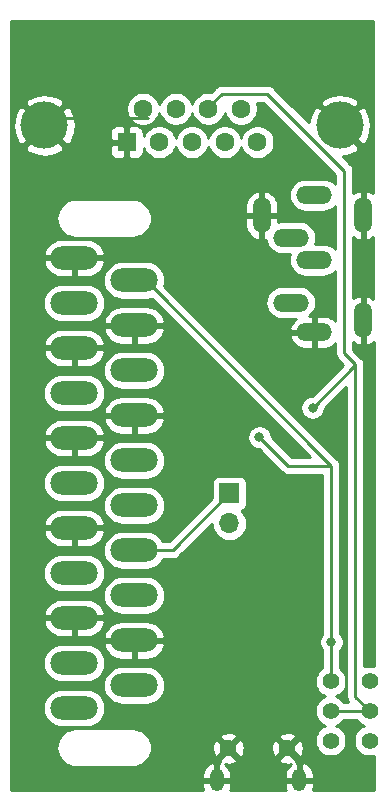
<source format=gbl>
G04 #@! TF.GenerationSoftware,KiCad,Pcbnew,(5.1.0)-1*
G04 #@! TF.CreationDate,2019-10-24T14:33:41-04:00*
G04 #@! TF.ProjectId,SCART to  VGA,53434152-5420-4746-9f20-205647412e6b,rev?*
G04 #@! TF.SameCoordinates,Original*
G04 #@! TF.FileFunction,Copper,L2,Bot*
G04 #@! TF.FilePolarity,Positive*
%FSLAX46Y46*%
G04 Gerber Fmt 4.6, Leading zero omitted, Abs format (unit mm)*
G04 Created by KiCad (PCBNEW (5.1.0)-1) date 2019-10-24 14:33:41*
%MOMM*%
%LPD*%
G04 APERTURE LIST*
%ADD10C,4.000000*%
%ADD11C,1.600000*%
%ADD12R,1.600000X1.600000*%
%ADD13O,1.508000X3.016000*%
%ADD14O,3.016000X1.508000*%
%ADD15C,1.408000*%
%ADD16O,4.000000X2.000000*%
%ADD17C,1.450000*%
%ADD18O,1.200000X1.900000*%
%ADD19R,1.700000X1.700000*%
%ADD20O,1.700000X1.700000*%
%ADD21C,0.800000*%
%ADD22C,0.250000*%
%ADD23C,0.254000*%
G04 APERTURE END LIST*
D10*
X77300000Y-80600000D03*
X102300000Y-80600000D03*
D11*
X93955000Y-79180000D03*
X91185000Y-79180000D03*
X88415000Y-79180000D03*
X85645000Y-79180000D03*
X95340000Y-82020000D03*
X92570000Y-82020000D03*
X89800000Y-82020000D03*
X87030000Y-82020000D03*
D12*
X84260000Y-82020000D03*
D13*
X104300000Y-97100000D03*
X104300000Y-88200000D03*
X95700000Y-88200000D03*
D14*
X100150000Y-86500000D03*
X100150000Y-92000000D03*
X100150000Y-98100000D03*
X98150000Y-95600000D03*
X98150000Y-90100000D03*
D15*
X101524000Y-132675000D03*
X101524000Y-130175000D03*
X101524000Y-127675000D03*
X104824000Y-127675000D03*
X104824000Y-130175000D03*
X104824000Y-132675000D03*
D16*
X79819500Y-110871000D03*
X79819500Y-107061000D03*
X79819500Y-103251000D03*
X79819500Y-99441000D03*
X79819500Y-95631000D03*
X79819500Y-91821000D03*
X79819500Y-114681000D03*
X79819500Y-118491000D03*
X79819500Y-122301000D03*
X79819500Y-126111000D03*
X79819500Y-129921000D03*
X84899500Y-108956000D03*
X84899500Y-112766000D03*
X84899500Y-116576000D03*
X84899500Y-120386000D03*
X84899500Y-124196000D03*
X84899500Y-128006000D03*
X84899500Y-105146000D03*
X84899500Y-101336000D03*
X84899500Y-97526000D03*
X84899500Y-93716000D03*
D17*
X92877000Y-133348000D03*
X97877000Y-133348000D03*
D18*
X91877000Y-136048000D03*
X98877000Y-136048000D03*
D19*
X92964000Y-111760000D03*
D20*
X92964000Y-114300000D03*
D21*
X101600000Y-124333012D03*
X95500000Y-107000000D03*
X100000000Y-104499992D03*
D22*
X101524000Y-126289000D02*
X101524000Y-125552000D01*
X101524000Y-126289000D02*
X101524000Y-127675000D01*
X101600000Y-126213000D02*
X101600000Y-124898697D01*
X101524000Y-126289000D02*
X101600000Y-126213000D01*
X101600000Y-109416500D02*
X101600000Y-123767327D01*
X101600000Y-123767327D02*
X101600000Y-124333012D01*
X85899500Y-93716000D02*
X101600000Y-109416500D01*
X84899500Y-93716000D02*
X85899500Y-93716000D01*
X101600000Y-124898697D02*
X101600000Y-124333012D01*
X97916500Y-109416500D02*
X101600000Y-109416500D01*
X95500000Y-107000000D02*
X97916500Y-109416500D01*
X77362000Y-79935000D02*
X77292000Y-79865000D01*
X86092000Y-79935000D02*
X77362000Y-79935000D01*
X88148000Y-116576000D02*
X92964000Y-111760000D01*
X84899500Y-116576000D02*
X88148000Y-116576000D01*
X101524000Y-130175000D02*
X104824000Y-130175000D01*
X103632000Y-128983000D02*
X104824000Y-130175000D01*
X103632000Y-100838000D02*
X103632000Y-128983000D01*
X103632000Y-100867992D02*
X103632000Y-100838000D01*
X100000000Y-104499992D02*
X103632000Y-100867992D01*
X102700000Y-99906000D02*
X103632000Y-100838000D01*
X102700000Y-84441002D02*
X102700000Y-99906000D01*
X96158998Y-77900000D02*
X102700000Y-84441002D01*
X92300000Y-77900000D02*
X96158998Y-77900000D01*
X91185000Y-79180000D02*
X91185000Y-79015000D01*
X91185000Y-79015000D02*
X92300000Y-77900000D01*
D23*
G36*
X105152507Y-86346986D02*
G01*
X104966091Y-86220531D01*
X104714215Y-86114130D01*
X104641814Y-86099714D01*
X104427000Y-86222323D01*
X104427000Y-88073000D01*
X104447000Y-88073000D01*
X104447000Y-88327000D01*
X104427000Y-88327000D01*
X104427000Y-90177677D01*
X104641814Y-90300286D01*
X104714215Y-90285870D01*
X104966091Y-90179469D01*
X105155545Y-90050953D01*
X105159811Y-95251941D01*
X104966091Y-95120531D01*
X104714215Y-95014130D01*
X104641814Y-94999714D01*
X104427000Y-95122323D01*
X104427000Y-96973000D01*
X104447000Y-96973000D01*
X104447000Y-97227000D01*
X104427000Y-97227000D01*
X104427000Y-99077677D01*
X104641814Y-99200286D01*
X104714215Y-99185870D01*
X104966091Y-99079469D01*
X105162841Y-98946004D01*
X105185346Y-126381644D01*
X104955880Y-126336000D01*
X104692120Y-126336000D01*
X104433428Y-126387457D01*
X104392000Y-126404617D01*
X104392000Y-100905317D01*
X104395676Y-100867992D01*
X104394199Y-100852995D01*
X104395676Y-100837999D01*
X104392000Y-100800676D01*
X104392000Y-100800667D01*
X104381003Y-100689014D01*
X104337546Y-100545753D01*
X104284227Y-100446001D01*
X104266974Y-100413723D01*
X104195799Y-100326997D01*
X104172001Y-100297999D01*
X104143003Y-100274201D01*
X103460000Y-99591199D01*
X103460000Y-98961498D01*
X103633909Y-99079469D01*
X103885785Y-99185870D01*
X103958186Y-99200286D01*
X104173000Y-99077677D01*
X104173000Y-97227000D01*
X104153000Y-97227000D01*
X104153000Y-96973000D01*
X104173000Y-96973000D01*
X104173000Y-95122323D01*
X103958186Y-94999714D01*
X103885785Y-95014130D01*
X103633909Y-95120531D01*
X103460000Y-95238502D01*
X103460000Y-90061498D01*
X103633909Y-90179469D01*
X103885785Y-90285870D01*
X103958186Y-90300286D01*
X104173000Y-90177677D01*
X104173000Y-88327000D01*
X104153000Y-88327000D01*
X104153000Y-88073000D01*
X104173000Y-88073000D01*
X104173000Y-86222323D01*
X103958186Y-86099714D01*
X103885785Y-86114130D01*
X103633909Y-86220531D01*
X103460000Y-86338502D01*
X103460000Y-84478327D01*
X103463676Y-84441002D01*
X103460000Y-84403677D01*
X103460000Y-84403669D01*
X103449003Y-84292016D01*
X103405546Y-84148755D01*
X103334974Y-84016726D01*
X103240001Y-83901001D01*
X103211004Y-83877204D01*
X102556411Y-83222611D01*
X102839159Y-83192273D01*
X103334526Y-83037279D01*
X103751772Y-82814258D01*
X103967894Y-82447499D01*
X102300000Y-80779605D01*
X102285858Y-80793748D01*
X102106253Y-80614143D01*
X102120395Y-80600000D01*
X102479605Y-80600000D01*
X104147499Y-82267894D01*
X104514258Y-82051772D01*
X104754938Y-81591895D01*
X104901275Y-81093902D01*
X104947648Y-80576929D01*
X104892273Y-80060841D01*
X104737279Y-79565474D01*
X104514258Y-79148228D01*
X104147499Y-78932106D01*
X102479605Y-80600000D01*
X102120395Y-80600000D01*
X100452501Y-78932106D01*
X100085742Y-79148228D01*
X99845062Y-79608105D01*
X99698725Y-80106098D01*
X99677419Y-80343620D01*
X98086300Y-78752501D01*
X100632106Y-78752501D01*
X102300000Y-80420395D01*
X103967894Y-78752501D01*
X103751772Y-78385742D01*
X103291895Y-78145062D01*
X102793902Y-77998725D01*
X102276929Y-77952352D01*
X101760841Y-78007727D01*
X101265474Y-78162721D01*
X100848228Y-78385742D01*
X100632106Y-78752501D01*
X98086300Y-78752501D01*
X96722802Y-77389003D01*
X96698999Y-77359999D01*
X96583274Y-77265026D01*
X96451245Y-77194454D01*
X96307984Y-77150997D01*
X96196331Y-77140000D01*
X96196320Y-77140000D01*
X96158998Y-77136324D01*
X96121676Y-77140000D01*
X92337322Y-77140000D01*
X92299999Y-77136324D01*
X92262676Y-77140000D01*
X92262667Y-77140000D01*
X92151014Y-77150997D01*
X92007753Y-77194454D01*
X91875723Y-77265026D01*
X91792083Y-77333668D01*
X91759999Y-77359999D01*
X91736201Y-77388997D01*
X91371262Y-77753937D01*
X91326335Y-77745000D01*
X91043665Y-77745000D01*
X90766426Y-77800147D01*
X90505273Y-77908320D01*
X90270241Y-78065363D01*
X90070363Y-78265241D01*
X89913320Y-78500273D01*
X89805147Y-78761426D01*
X89800000Y-78787301D01*
X89794853Y-78761426D01*
X89686680Y-78500273D01*
X89529637Y-78265241D01*
X89329759Y-78065363D01*
X89094727Y-77908320D01*
X88833574Y-77800147D01*
X88556335Y-77745000D01*
X88273665Y-77745000D01*
X87996426Y-77800147D01*
X87735273Y-77908320D01*
X87500241Y-78065363D01*
X87300363Y-78265241D01*
X87143320Y-78500273D01*
X87035147Y-78761426D01*
X87030000Y-78787301D01*
X87024853Y-78761426D01*
X86916680Y-78500273D01*
X86759637Y-78265241D01*
X86559759Y-78065363D01*
X86324727Y-77908320D01*
X86063574Y-77800147D01*
X85786335Y-77745000D01*
X85503665Y-77745000D01*
X85226426Y-77800147D01*
X84965273Y-77908320D01*
X84730241Y-78065363D01*
X84530363Y-78265241D01*
X84373320Y-78500273D01*
X84265147Y-78761426D01*
X84210000Y-79038665D01*
X84210000Y-79321335D01*
X84265147Y-79598574D01*
X84373320Y-79859727D01*
X84530363Y-80094759D01*
X84730241Y-80294637D01*
X84965273Y-80451680D01*
X85226426Y-80559853D01*
X85503665Y-80615000D01*
X85786335Y-80615000D01*
X86063574Y-80559853D01*
X86324727Y-80451680D01*
X86559759Y-80294637D01*
X86759637Y-80094759D01*
X86916680Y-79859727D01*
X87024853Y-79598574D01*
X87030000Y-79572699D01*
X87035147Y-79598574D01*
X87143320Y-79859727D01*
X87300363Y-80094759D01*
X87500241Y-80294637D01*
X87735273Y-80451680D01*
X87996426Y-80559853D01*
X88273665Y-80615000D01*
X88556335Y-80615000D01*
X88833574Y-80559853D01*
X89094727Y-80451680D01*
X89329759Y-80294637D01*
X89529637Y-80094759D01*
X89686680Y-79859727D01*
X89794853Y-79598574D01*
X89800000Y-79572699D01*
X89805147Y-79598574D01*
X89913320Y-79859727D01*
X90070363Y-80094759D01*
X90270241Y-80294637D01*
X90505273Y-80451680D01*
X90766426Y-80559853D01*
X91043665Y-80615000D01*
X91326335Y-80615000D01*
X91603574Y-80559853D01*
X91864727Y-80451680D01*
X92099759Y-80294637D01*
X92299637Y-80094759D01*
X92456680Y-79859727D01*
X92564853Y-79598574D01*
X92570000Y-79572699D01*
X92575147Y-79598574D01*
X92683320Y-79859727D01*
X92840363Y-80094759D01*
X93040241Y-80294637D01*
X93275273Y-80451680D01*
X93536426Y-80559853D01*
X93813665Y-80615000D01*
X94096335Y-80615000D01*
X94373574Y-80559853D01*
X94634727Y-80451680D01*
X94869759Y-80294637D01*
X95069637Y-80094759D01*
X95226680Y-79859727D01*
X95334853Y-79598574D01*
X95390000Y-79321335D01*
X95390000Y-79038665D01*
X95334853Y-78761426D01*
X95292841Y-78660000D01*
X95844197Y-78660000D01*
X101940000Y-84755804D01*
X101940000Y-85572878D01*
X101890923Y-85513077D01*
X101679420Y-85339501D01*
X101438119Y-85210523D01*
X101176291Y-85131098D01*
X100972230Y-85111000D01*
X99327770Y-85111000D01*
X99123709Y-85131098D01*
X98861881Y-85210523D01*
X98620580Y-85339501D01*
X98409077Y-85513077D01*
X98235501Y-85724580D01*
X98106523Y-85965881D01*
X98027098Y-86227709D01*
X98000280Y-86500000D01*
X98027098Y-86772291D01*
X98106523Y-87034119D01*
X98235501Y-87275420D01*
X98409077Y-87486923D01*
X98620580Y-87660499D01*
X98861881Y-87789477D01*
X99123709Y-87868902D01*
X99327770Y-87889000D01*
X100972230Y-87889000D01*
X101176291Y-87868902D01*
X101438119Y-87789477D01*
X101679420Y-87660499D01*
X101890923Y-87486923D01*
X101940000Y-87427122D01*
X101940000Y-91072878D01*
X101890923Y-91013077D01*
X101679420Y-90839501D01*
X101438119Y-90710523D01*
X101176291Y-90631098D01*
X100972230Y-90611000D01*
X100200490Y-90611000D01*
X100272902Y-90372291D01*
X100299720Y-90100000D01*
X100272902Y-89827709D01*
X100193477Y-89565881D01*
X100064499Y-89324580D01*
X99890923Y-89113077D01*
X99679420Y-88939501D01*
X99438119Y-88810523D01*
X99176291Y-88731098D01*
X98972230Y-88711000D01*
X97327770Y-88711000D01*
X97123709Y-88731098D01*
X97089000Y-88741627D01*
X97089000Y-88327000D01*
X95827000Y-88327000D01*
X95827000Y-90177677D01*
X96018707Y-90287097D01*
X96027098Y-90372291D01*
X96106523Y-90634119D01*
X96235501Y-90875420D01*
X96409077Y-91086923D01*
X96620580Y-91260499D01*
X96861881Y-91389477D01*
X97123709Y-91468902D01*
X97327770Y-91489000D01*
X98099510Y-91489000D01*
X98027098Y-91727709D01*
X98000280Y-92000000D01*
X98027098Y-92272291D01*
X98106523Y-92534119D01*
X98235501Y-92775420D01*
X98409077Y-92986923D01*
X98620580Y-93160499D01*
X98861881Y-93289477D01*
X99123709Y-93368902D01*
X99327770Y-93389000D01*
X100972230Y-93389000D01*
X101176291Y-93368902D01*
X101438119Y-93289477D01*
X101679420Y-93160499D01*
X101890923Y-92986923D01*
X101940001Y-92927122D01*
X101940001Y-97172158D01*
X101781284Y-97015646D01*
X101552880Y-96865332D01*
X101299540Y-96762466D01*
X101031000Y-96711000D01*
X100277000Y-96711000D01*
X100277000Y-97973000D01*
X100297000Y-97973000D01*
X100297000Y-98227000D01*
X100277000Y-98227000D01*
X100277000Y-99489000D01*
X101031000Y-99489000D01*
X101299540Y-99437534D01*
X101552880Y-99334668D01*
X101781284Y-99184354D01*
X101940001Y-99027842D01*
X101940001Y-99868667D01*
X101936324Y-99906000D01*
X101940001Y-99943333D01*
X101942625Y-99969969D01*
X101950998Y-100054985D01*
X101994454Y-100198246D01*
X102065026Y-100330276D01*
X102133510Y-100413723D01*
X102160000Y-100446001D01*
X102188998Y-100469799D01*
X102572194Y-100852996D01*
X99960199Y-103464992D01*
X99898061Y-103464992D01*
X99698102Y-103504766D01*
X99509744Y-103582787D01*
X99340226Y-103696055D01*
X99196063Y-103840218D01*
X99082795Y-104009736D01*
X99004774Y-104198094D01*
X98965000Y-104398053D01*
X98965000Y-104601931D01*
X99004774Y-104801890D01*
X99082795Y-104990248D01*
X99196063Y-105159766D01*
X99340226Y-105303929D01*
X99509744Y-105417197D01*
X99698102Y-105495218D01*
X99898061Y-105534992D01*
X100101939Y-105534992D01*
X100301898Y-105495218D01*
X100490256Y-105417197D01*
X100659774Y-105303929D01*
X100803937Y-105159766D01*
X100917205Y-104990248D01*
X100995226Y-104801890D01*
X101035000Y-104601931D01*
X101035000Y-104539793D01*
X102872000Y-102702794D01*
X102872001Y-128945667D01*
X102868324Y-128983000D01*
X102872001Y-129020333D01*
X102882998Y-129131986D01*
X102893836Y-129167714D01*
X102926454Y-129275246D01*
X102997026Y-129407276D01*
X103003365Y-129415000D01*
X102626586Y-129415000D01*
X102564069Y-129321437D01*
X102377563Y-129134931D01*
X102158254Y-128988393D01*
X102005209Y-128925000D01*
X102158254Y-128861607D01*
X102377563Y-128715069D01*
X102564069Y-128528563D01*
X102710607Y-128309254D01*
X102811543Y-128065572D01*
X102863000Y-127806880D01*
X102863000Y-127543120D01*
X102811543Y-127284428D01*
X102710607Y-127040746D01*
X102564069Y-126821437D01*
X102377563Y-126634931D01*
X102284000Y-126572414D01*
X102284000Y-126545556D01*
X102305546Y-126505247D01*
X102349003Y-126361986D01*
X102360000Y-126250333D01*
X102360000Y-126250323D01*
X102363676Y-126213001D01*
X102360000Y-126175678D01*
X102360000Y-125036723D01*
X102403937Y-124992786D01*
X102517205Y-124823268D01*
X102595226Y-124634910D01*
X102635000Y-124434951D01*
X102635000Y-124231073D01*
X102595226Y-124031114D01*
X102517205Y-123842756D01*
X102403937Y-123673238D01*
X102360000Y-123629301D01*
X102360000Y-109453833D01*
X102363677Y-109416500D01*
X102349003Y-109267514D01*
X102305546Y-109124253D01*
X102234975Y-108992225D01*
X102234974Y-108992223D01*
X102163799Y-108905497D01*
X102140001Y-108876499D01*
X102111003Y-108852701D01*
X91700116Y-98441814D01*
X98049714Y-98441814D01*
X98064130Y-98514215D01*
X98170531Y-98766091D01*
X98324026Y-98992369D01*
X98518716Y-99184354D01*
X98747120Y-99334668D01*
X99000460Y-99437534D01*
X99269000Y-99489000D01*
X100023000Y-99489000D01*
X100023000Y-98227000D01*
X98172323Y-98227000D01*
X98049714Y-98441814D01*
X91700116Y-98441814D01*
X88858302Y-95600000D01*
X96000280Y-95600000D01*
X96027098Y-95872291D01*
X96106523Y-96134119D01*
X96235501Y-96375420D01*
X96409077Y-96586923D01*
X96620580Y-96760499D01*
X96861881Y-96889477D01*
X97123709Y-96968902D01*
X97327770Y-96989000D01*
X98559205Y-96989000D01*
X98518716Y-97015646D01*
X98324026Y-97207631D01*
X98170531Y-97433909D01*
X98064130Y-97685785D01*
X98049714Y-97758186D01*
X98172323Y-97973000D01*
X100023000Y-97973000D01*
X100023000Y-96711000D01*
X99739735Y-96711000D01*
X99890923Y-96586923D01*
X100064499Y-96375420D01*
X100193477Y-96134119D01*
X100272902Y-95872291D01*
X100299720Y-95600000D01*
X100272902Y-95327709D01*
X100193477Y-95065881D01*
X100064499Y-94824580D01*
X99890923Y-94613077D01*
X99679420Y-94439501D01*
X99438119Y-94310523D01*
X99176291Y-94231098D01*
X98972230Y-94211000D01*
X97327770Y-94211000D01*
X97123709Y-94231098D01*
X96861881Y-94310523D01*
X96620580Y-94439501D01*
X96409077Y-94613077D01*
X96235501Y-94824580D01*
X96106523Y-95065881D01*
X96027098Y-95327709D01*
X96000280Y-95600000D01*
X88858302Y-95600000D01*
X87460564Y-94202263D01*
X87510843Y-94036516D01*
X87542411Y-93716000D01*
X87510843Y-93395484D01*
X87417352Y-93087285D01*
X87265531Y-92803248D01*
X87061214Y-92554286D01*
X86812252Y-92349969D01*
X86528215Y-92198148D01*
X86220016Y-92104657D01*
X85979822Y-92081000D01*
X83819178Y-92081000D01*
X83578984Y-92104657D01*
X83270785Y-92198148D01*
X82986748Y-92349969D01*
X82737786Y-92554286D01*
X82533469Y-92803248D01*
X82381648Y-93087285D01*
X82288157Y-93395484D01*
X82256589Y-93716000D01*
X82288157Y-94036516D01*
X82381648Y-94344715D01*
X82533469Y-94628752D01*
X82737786Y-94877714D01*
X82986748Y-95082031D01*
X83270785Y-95233852D01*
X83578984Y-95327343D01*
X83819178Y-95351000D01*
X85979822Y-95351000D01*
X86220016Y-95327343D01*
X86385763Y-95277064D01*
X99765198Y-108656500D01*
X98231302Y-108656500D01*
X96535000Y-106960199D01*
X96535000Y-106898061D01*
X96495226Y-106698102D01*
X96417205Y-106509744D01*
X96303937Y-106340226D01*
X96159774Y-106196063D01*
X95990256Y-106082795D01*
X95801898Y-106004774D01*
X95601939Y-105965000D01*
X95398061Y-105965000D01*
X95198102Y-106004774D01*
X95009744Y-106082795D01*
X94840226Y-106196063D01*
X94696063Y-106340226D01*
X94582795Y-106509744D01*
X94504774Y-106698102D01*
X94465000Y-106898061D01*
X94465000Y-107101939D01*
X94504774Y-107301898D01*
X94582795Y-107490256D01*
X94696063Y-107659774D01*
X94840226Y-107803937D01*
X95009744Y-107917205D01*
X95198102Y-107995226D01*
X95398061Y-108035000D01*
X95460199Y-108035000D01*
X97352701Y-109927503D01*
X97376499Y-109956501D01*
X97405497Y-109980299D01*
X97492223Y-110051474D01*
X97624253Y-110122046D01*
X97767514Y-110165503D01*
X97879167Y-110176500D01*
X97879176Y-110176500D01*
X97916499Y-110180176D01*
X97953822Y-110176500D01*
X100840000Y-110176500D01*
X100840001Y-123629300D01*
X100796063Y-123673238D01*
X100682795Y-123842756D01*
X100604774Y-124031114D01*
X100565000Y-124231073D01*
X100565000Y-124434951D01*
X100604774Y-124634910D01*
X100682795Y-124823268D01*
X100796063Y-124992786D01*
X100840001Y-125036724D01*
X100840001Y-125219444D01*
X100818455Y-125259753D01*
X100774997Y-125403014D01*
X100764000Y-125514667D01*
X100764000Y-126251678D01*
X100760324Y-126289000D01*
X100764000Y-126326323D01*
X100764000Y-126572414D01*
X100670437Y-126634931D01*
X100483931Y-126821437D01*
X100337393Y-127040746D01*
X100236457Y-127284428D01*
X100185000Y-127543120D01*
X100185000Y-127806880D01*
X100236457Y-128065572D01*
X100337393Y-128309254D01*
X100483931Y-128528563D01*
X100670437Y-128715069D01*
X100889746Y-128861607D01*
X101042791Y-128925000D01*
X100889746Y-128988393D01*
X100670437Y-129134931D01*
X100483931Y-129321437D01*
X100337393Y-129540746D01*
X100236457Y-129784428D01*
X100185000Y-130043120D01*
X100185000Y-130306880D01*
X100236457Y-130565572D01*
X100337393Y-130809254D01*
X100483931Y-131028563D01*
X100670437Y-131215069D01*
X100889746Y-131361607D01*
X101042791Y-131425000D01*
X100889746Y-131488393D01*
X100670437Y-131634931D01*
X100483931Y-131821437D01*
X100337393Y-132040746D01*
X100236457Y-132284428D01*
X100185000Y-132543120D01*
X100185000Y-132806880D01*
X100236457Y-133065572D01*
X100337393Y-133309254D01*
X100483931Y-133528563D01*
X100670437Y-133715069D01*
X100889746Y-133861607D01*
X101133428Y-133962543D01*
X101392120Y-134014000D01*
X101655880Y-134014000D01*
X101914572Y-133962543D01*
X102158254Y-133861607D01*
X102377563Y-133715069D01*
X102564069Y-133528563D01*
X102710607Y-133309254D01*
X102811543Y-133065572D01*
X102863000Y-132806880D01*
X102863000Y-132543120D01*
X102811543Y-132284428D01*
X102710607Y-132040746D01*
X102564069Y-131821437D01*
X102377563Y-131634931D01*
X102158254Y-131488393D01*
X102005209Y-131425000D01*
X102158254Y-131361607D01*
X102377563Y-131215069D01*
X102564069Y-131028563D01*
X102626586Y-130935000D01*
X103721414Y-130935000D01*
X103783931Y-131028563D01*
X103970437Y-131215069D01*
X104189746Y-131361607D01*
X104342791Y-131425000D01*
X104189746Y-131488393D01*
X103970437Y-131634931D01*
X103783931Y-131821437D01*
X103637393Y-132040746D01*
X103536457Y-132284428D01*
X103485000Y-132543120D01*
X103485000Y-132806880D01*
X103536457Y-133065572D01*
X103637393Y-133309254D01*
X103783931Y-133528563D01*
X103970437Y-133715069D01*
X104189746Y-133861607D01*
X104433428Y-133962543D01*
X104692120Y-134014000D01*
X104955880Y-134014000D01*
X105191568Y-133967119D01*
X105193959Y-136881000D01*
X100014228Y-136881000D01*
X100063493Y-136763496D01*
X100112000Y-136525000D01*
X100112000Y-136175000D01*
X99004000Y-136175000D01*
X99004000Y-136195000D01*
X98750000Y-136195000D01*
X98750000Y-136175000D01*
X97642000Y-136175000D01*
X97642000Y-136525000D01*
X97690507Y-136763496D01*
X97739772Y-136881000D01*
X93014228Y-136881000D01*
X93063493Y-136763496D01*
X93112000Y-136525000D01*
X93112000Y-136175000D01*
X92004000Y-136175000D01*
X92004000Y-136195000D01*
X91750000Y-136195000D01*
X91750000Y-136175000D01*
X90642000Y-136175000D01*
X90642000Y-136525000D01*
X90690507Y-136763496D01*
X90739772Y-136881000D01*
X74447000Y-136881000D01*
X74447000Y-135571000D01*
X90642000Y-135571000D01*
X90642000Y-135921000D01*
X91750000Y-135921000D01*
X91750000Y-134629269D01*
X92004000Y-134629269D01*
X92004000Y-135921000D01*
X93112000Y-135921000D01*
X93112000Y-135571000D01*
X93063493Y-135332504D01*
X92969390Y-135108054D01*
X92833307Y-134906275D01*
X92660474Y-134734922D01*
X92565164Y-134671829D01*
X92682849Y-134700719D01*
X92950482Y-134712604D01*
X93215291Y-134672048D01*
X93467100Y-134580609D01*
X93574035Y-134523450D01*
X93636528Y-134287133D01*
X97117472Y-134287133D01*
X97179965Y-134523450D01*
X97422678Y-134636850D01*
X97682849Y-134700719D01*
X97950482Y-134712604D01*
X98180442Y-134677385D01*
X98093526Y-134734922D01*
X97920693Y-134906275D01*
X97784610Y-135108054D01*
X97690507Y-135332504D01*
X97642000Y-135571000D01*
X97642000Y-135921000D01*
X98750000Y-135921000D01*
X98750000Y-134629269D01*
X99004000Y-134629269D01*
X99004000Y-135921000D01*
X100112000Y-135921000D01*
X100112000Y-135571000D01*
X100063493Y-135332504D01*
X99969390Y-135108054D01*
X99833307Y-134906275D01*
X99660474Y-134734922D01*
X99457533Y-134600579D01*
X99232282Y-134508409D01*
X99194609Y-134504538D01*
X99004000Y-134629269D01*
X98750000Y-134629269D01*
X98576138Y-134515497D01*
X98636528Y-134287133D01*
X97877000Y-133527605D01*
X97117472Y-134287133D01*
X93636528Y-134287133D01*
X92877000Y-133527605D01*
X92117472Y-134287133D01*
X92177862Y-134515497D01*
X92004000Y-134629269D01*
X91750000Y-134629269D01*
X91559391Y-134504538D01*
X91521718Y-134508409D01*
X91296467Y-134600579D01*
X91093526Y-134734922D01*
X90920693Y-134906275D01*
X90784610Y-135108054D01*
X90690507Y-135332504D01*
X90642000Y-135571000D01*
X74447000Y-135571000D01*
X74447000Y-133271000D01*
X78316589Y-133271000D01*
X78348157Y-133591516D01*
X78441648Y-133899715D01*
X78593469Y-134183752D01*
X78797786Y-134432714D01*
X79046748Y-134637031D01*
X79330785Y-134788852D01*
X79638984Y-134882343D01*
X79879178Y-134906000D01*
X84839822Y-134906000D01*
X85080016Y-134882343D01*
X85388215Y-134788852D01*
X85672252Y-134637031D01*
X85921214Y-134432714D01*
X86125531Y-134183752D01*
X86277352Y-133899715D01*
X86370843Y-133591516D01*
X86387589Y-133421482D01*
X91512396Y-133421482D01*
X91552952Y-133686291D01*
X91644391Y-133938100D01*
X91701550Y-134045035D01*
X91937867Y-134107528D01*
X92697395Y-133348000D01*
X93056605Y-133348000D01*
X93816133Y-134107528D01*
X94052450Y-134045035D01*
X94165850Y-133802322D01*
X94229719Y-133542151D01*
X94235077Y-133421482D01*
X96512396Y-133421482D01*
X96552952Y-133686291D01*
X96644391Y-133938100D01*
X96701550Y-134045035D01*
X96937867Y-134107528D01*
X97697395Y-133348000D01*
X98056605Y-133348000D01*
X98816133Y-134107528D01*
X99052450Y-134045035D01*
X99165850Y-133802322D01*
X99229719Y-133542151D01*
X99241604Y-133274518D01*
X99201048Y-133009709D01*
X99109609Y-132757900D01*
X99052450Y-132650965D01*
X98816133Y-132588472D01*
X98056605Y-133348000D01*
X97697395Y-133348000D01*
X96937867Y-132588472D01*
X96701550Y-132650965D01*
X96588150Y-132893678D01*
X96524281Y-133153849D01*
X96512396Y-133421482D01*
X94235077Y-133421482D01*
X94241604Y-133274518D01*
X94201048Y-133009709D01*
X94109609Y-132757900D01*
X94052450Y-132650965D01*
X93816133Y-132588472D01*
X93056605Y-133348000D01*
X92697395Y-133348000D01*
X91937867Y-132588472D01*
X91701550Y-132650965D01*
X91588150Y-132893678D01*
X91524281Y-133153849D01*
X91512396Y-133421482D01*
X86387589Y-133421482D01*
X86402411Y-133271000D01*
X86370843Y-132950484D01*
X86277352Y-132642285D01*
X86152588Y-132408867D01*
X92117472Y-132408867D01*
X92877000Y-133168395D01*
X93636528Y-132408867D01*
X97117472Y-132408867D01*
X97877000Y-133168395D01*
X98636528Y-132408867D01*
X98574035Y-132172550D01*
X98331322Y-132059150D01*
X98071151Y-131995281D01*
X97803518Y-131983396D01*
X97538709Y-132023952D01*
X97286900Y-132115391D01*
X97179965Y-132172550D01*
X97117472Y-132408867D01*
X93636528Y-132408867D01*
X93574035Y-132172550D01*
X93331322Y-132059150D01*
X93071151Y-131995281D01*
X92803518Y-131983396D01*
X92538709Y-132023952D01*
X92286900Y-132115391D01*
X92179965Y-132172550D01*
X92117472Y-132408867D01*
X86152588Y-132408867D01*
X86125531Y-132358248D01*
X85921214Y-132109286D01*
X85672252Y-131904969D01*
X85388215Y-131753148D01*
X85080016Y-131659657D01*
X84839822Y-131636000D01*
X79879178Y-131636000D01*
X79638984Y-131659657D01*
X79330785Y-131753148D01*
X79046748Y-131904969D01*
X78797786Y-132109286D01*
X78593469Y-132358248D01*
X78441648Y-132642285D01*
X78348157Y-132950484D01*
X78316589Y-133271000D01*
X74447000Y-133271000D01*
X74447000Y-129921000D01*
X77176589Y-129921000D01*
X77208157Y-130241516D01*
X77301648Y-130549715D01*
X77453469Y-130833752D01*
X77657786Y-131082714D01*
X77906748Y-131287031D01*
X78190785Y-131438852D01*
X78498984Y-131532343D01*
X78739178Y-131556000D01*
X80899822Y-131556000D01*
X81140016Y-131532343D01*
X81448215Y-131438852D01*
X81732252Y-131287031D01*
X81981214Y-131082714D01*
X82185531Y-130833752D01*
X82337352Y-130549715D01*
X82430843Y-130241516D01*
X82462411Y-129921000D01*
X82430843Y-129600484D01*
X82337352Y-129292285D01*
X82185531Y-129008248D01*
X81981214Y-128759286D01*
X81732252Y-128554969D01*
X81448215Y-128403148D01*
X81140016Y-128309657D01*
X80899822Y-128286000D01*
X78739178Y-128286000D01*
X78498984Y-128309657D01*
X78190785Y-128403148D01*
X77906748Y-128554969D01*
X77657786Y-128759286D01*
X77453469Y-129008248D01*
X77301648Y-129292285D01*
X77208157Y-129600484D01*
X77176589Y-129921000D01*
X74447000Y-129921000D01*
X74447000Y-128006000D01*
X82256589Y-128006000D01*
X82288157Y-128326516D01*
X82381648Y-128634715D01*
X82533469Y-128918752D01*
X82737786Y-129167714D01*
X82986748Y-129372031D01*
X83270785Y-129523852D01*
X83578984Y-129617343D01*
X83819178Y-129641000D01*
X85979822Y-129641000D01*
X86220016Y-129617343D01*
X86528215Y-129523852D01*
X86812252Y-129372031D01*
X87061214Y-129167714D01*
X87265531Y-128918752D01*
X87417352Y-128634715D01*
X87510843Y-128326516D01*
X87542411Y-128006000D01*
X87510843Y-127685484D01*
X87417352Y-127377285D01*
X87265531Y-127093248D01*
X87061214Y-126844286D01*
X86812252Y-126639969D01*
X86528215Y-126488148D01*
X86220016Y-126394657D01*
X85979822Y-126371000D01*
X83819178Y-126371000D01*
X83578984Y-126394657D01*
X83270785Y-126488148D01*
X82986748Y-126639969D01*
X82737786Y-126844286D01*
X82533469Y-127093248D01*
X82381648Y-127377285D01*
X82288157Y-127685484D01*
X82256589Y-128006000D01*
X74447000Y-128006000D01*
X74447000Y-126111000D01*
X77176589Y-126111000D01*
X77208157Y-126431516D01*
X77301648Y-126739715D01*
X77453469Y-127023752D01*
X77657786Y-127272714D01*
X77906748Y-127477031D01*
X78190785Y-127628852D01*
X78498984Y-127722343D01*
X78739178Y-127746000D01*
X80899822Y-127746000D01*
X81140016Y-127722343D01*
X81448215Y-127628852D01*
X81732252Y-127477031D01*
X81981214Y-127272714D01*
X82185531Y-127023752D01*
X82337352Y-126739715D01*
X82430843Y-126431516D01*
X82462411Y-126111000D01*
X82430843Y-125790484D01*
X82337352Y-125482285D01*
X82185531Y-125198248D01*
X81981214Y-124949286D01*
X81732252Y-124744969D01*
X81448215Y-124593148D01*
X81393117Y-124576434D01*
X82309376Y-124576434D01*
X82340356Y-124704355D01*
X82469490Y-124998761D01*
X82653578Y-125262317D01*
X82885546Y-125484895D01*
X83156480Y-125657942D01*
X83455968Y-125774807D01*
X83772500Y-125831000D01*
X84772500Y-125831000D01*
X84772500Y-124323000D01*
X85026500Y-124323000D01*
X85026500Y-125831000D01*
X86026500Y-125831000D01*
X86343032Y-125774807D01*
X86642520Y-125657942D01*
X86913454Y-125484895D01*
X87145422Y-125262317D01*
X87329510Y-124998761D01*
X87458644Y-124704355D01*
X87489624Y-124576434D01*
X87370277Y-124323000D01*
X85026500Y-124323000D01*
X84772500Y-124323000D01*
X82428723Y-124323000D01*
X82309376Y-124576434D01*
X81393117Y-124576434D01*
X81140016Y-124499657D01*
X80899822Y-124476000D01*
X78739178Y-124476000D01*
X78498984Y-124499657D01*
X78190785Y-124593148D01*
X77906748Y-124744969D01*
X77657786Y-124949286D01*
X77453469Y-125198248D01*
X77301648Y-125482285D01*
X77208157Y-125790484D01*
X77176589Y-126111000D01*
X74447000Y-126111000D01*
X74447000Y-122681434D01*
X77229376Y-122681434D01*
X77260356Y-122809355D01*
X77389490Y-123103761D01*
X77573578Y-123367317D01*
X77805546Y-123589895D01*
X78076480Y-123762942D01*
X78375968Y-123879807D01*
X78692500Y-123936000D01*
X79692500Y-123936000D01*
X79692500Y-122428000D01*
X79946500Y-122428000D01*
X79946500Y-123936000D01*
X80946500Y-123936000D01*
X81263032Y-123879807D01*
X81427661Y-123815566D01*
X82309376Y-123815566D01*
X82428723Y-124069000D01*
X84772500Y-124069000D01*
X84772500Y-124049000D01*
X85026500Y-124049000D01*
X85026500Y-124069000D01*
X87370277Y-124069000D01*
X87489624Y-123815566D01*
X87458644Y-123687645D01*
X87329510Y-123393239D01*
X87145422Y-123129683D01*
X86913454Y-122907105D01*
X86642520Y-122734058D01*
X86343032Y-122617193D01*
X86026500Y-122561000D01*
X83772500Y-122561000D01*
X83455968Y-122617193D01*
X83156480Y-122734058D01*
X82885546Y-122907105D01*
X82653578Y-123129683D01*
X82469490Y-123393239D01*
X82340356Y-123687645D01*
X82309376Y-123815566D01*
X81427661Y-123815566D01*
X81562520Y-123762942D01*
X81833454Y-123589895D01*
X82065422Y-123367317D01*
X82249510Y-123103761D01*
X82378644Y-122809355D01*
X82409624Y-122681434D01*
X82290277Y-122428000D01*
X79946500Y-122428000D01*
X79692500Y-122428000D01*
X77348723Y-122428000D01*
X77229376Y-122681434D01*
X74447000Y-122681434D01*
X74447000Y-121920566D01*
X77229376Y-121920566D01*
X77348723Y-122174000D01*
X79692500Y-122174000D01*
X79692500Y-122154000D01*
X79946500Y-122154000D01*
X79946500Y-122174000D01*
X82290277Y-122174000D01*
X82409624Y-121920566D01*
X82378644Y-121792645D01*
X82249510Y-121498239D01*
X82065422Y-121234683D01*
X81833454Y-121012105D01*
X81562520Y-120839058D01*
X81263032Y-120722193D01*
X80946500Y-120666000D01*
X78692500Y-120666000D01*
X78375968Y-120722193D01*
X78076480Y-120839058D01*
X77805546Y-121012105D01*
X77573578Y-121234683D01*
X77389490Y-121498239D01*
X77260356Y-121792645D01*
X77229376Y-121920566D01*
X74447000Y-121920566D01*
X74447000Y-120386000D01*
X82256589Y-120386000D01*
X82288157Y-120706516D01*
X82381648Y-121014715D01*
X82533469Y-121298752D01*
X82737786Y-121547714D01*
X82986748Y-121752031D01*
X83270785Y-121903852D01*
X83578984Y-121997343D01*
X83819178Y-122021000D01*
X85979822Y-122021000D01*
X86220016Y-121997343D01*
X86528215Y-121903852D01*
X86812252Y-121752031D01*
X87061214Y-121547714D01*
X87265531Y-121298752D01*
X87417352Y-121014715D01*
X87510843Y-120706516D01*
X87542411Y-120386000D01*
X87510843Y-120065484D01*
X87417352Y-119757285D01*
X87265531Y-119473248D01*
X87061214Y-119224286D01*
X86812252Y-119019969D01*
X86528215Y-118868148D01*
X86220016Y-118774657D01*
X85979822Y-118751000D01*
X83819178Y-118751000D01*
X83578984Y-118774657D01*
X83270785Y-118868148D01*
X82986748Y-119019969D01*
X82737786Y-119224286D01*
X82533469Y-119473248D01*
X82381648Y-119757285D01*
X82288157Y-120065484D01*
X82256589Y-120386000D01*
X74447000Y-120386000D01*
X74447000Y-118491000D01*
X77176589Y-118491000D01*
X77208157Y-118811516D01*
X77301648Y-119119715D01*
X77453469Y-119403752D01*
X77657786Y-119652714D01*
X77906748Y-119857031D01*
X78190785Y-120008852D01*
X78498984Y-120102343D01*
X78739178Y-120126000D01*
X80899822Y-120126000D01*
X81140016Y-120102343D01*
X81448215Y-120008852D01*
X81732252Y-119857031D01*
X81981214Y-119652714D01*
X82185531Y-119403752D01*
X82337352Y-119119715D01*
X82430843Y-118811516D01*
X82462411Y-118491000D01*
X82430843Y-118170484D01*
X82337352Y-117862285D01*
X82185531Y-117578248D01*
X81981214Y-117329286D01*
X81732252Y-117124969D01*
X81448215Y-116973148D01*
X81140016Y-116879657D01*
X80899822Y-116856000D01*
X78739178Y-116856000D01*
X78498984Y-116879657D01*
X78190785Y-116973148D01*
X77906748Y-117124969D01*
X77657786Y-117329286D01*
X77453469Y-117578248D01*
X77301648Y-117862285D01*
X77208157Y-118170484D01*
X77176589Y-118491000D01*
X74447000Y-118491000D01*
X74447000Y-116576000D01*
X82256589Y-116576000D01*
X82288157Y-116896516D01*
X82381648Y-117204715D01*
X82533469Y-117488752D01*
X82737786Y-117737714D01*
X82986748Y-117942031D01*
X83270785Y-118093852D01*
X83578984Y-118187343D01*
X83819178Y-118211000D01*
X85979822Y-118211000D01*
X86220016Y-118187343D01*
X86528215Y-118093852D01*
X86812252Y-117942031D01*
X87061214Y-117737714D01*
X87265531Y-117488752D01*
X87347179Y-117336000D01*
X88110678Y-117336000D01*
X88148000Y-117339676D01*
X88185322Y-117336000D01*
X88185333Y-117336000D01*
X88296986Y-117325003D01*
X88440247Y-117281546D01*
X88572276Y-117210974D01*
X88688001Y-117116001D01*
X88711804Y-117086997D01*
X91474235Y-114324567D01*
X91500487Y-114591111D01*
X91585401Y-114871034D01*
X91723294Y-115129014D01*
X91908866Y-115355134D01*
X92134986Y-115540706D01*
X92392966Y-115678599D01*
X92672889Y-115763513D01*
X92891050Y-115785000D01*
X93036950Y-115785000D01*
X93255111Y-115763513D01*
X93535034Y-115678599D01*
X93793014Y-115540706D01*
X94019134Y-115355134D01*
X94204706Y-115129014D01*
X94342599Y-114871034D01*
X94427513Y-114591111D01*
X94456185Y-114300000D01*
X94427513Y-114008889D01*
X94342599Y-113728966D01*
X94204706Y-113470986D01*
X94019134Y-113244866D01*
X93989313Y-113220393D01*
X94058180Y-113199502D01*
X94168494Y-113140537D01*
X94265185Y-113061185D01*
X94344537Y-112964494D01*
X94403502Y-112854180D01*
X94439812Y-112734482D01*
X94452072Y-112610000D01*
X94452072Y-110910000D01*
X94439812Y-110785518D01*
X94403502Y-110665820D01*
X94344537Y-110555506D01*
X94265185Y-110458815D01*
X94168494Y-110379463D01*
X94058180Y-110320498D01*
X93938482Y-110284188D01*
X93814000Y-110271928D01*
X92114000Y-110271928D01*
X91989518Y-110284188D01*
X91869820Y-110320498D01*
X91759506Y-110379463D01*
X91662815Y-110458815D01*
X91583463Y-110555506D01*
X91524498Y-110665820D01*
X91488188Y-110785518D01*
X91475928Y-110910000D01*
X91475928Y-112173270D01*
X87833199Y-115816000D01*
X87347179Y-115816000D01*
X87265531Y-115663248D01*
X87061214Y-115414286D01*
X86812252Y-115209969D01*
X86528215Y-115058148D01*
X86220016Y-114964657D01*
X85979822Y-114941000D01*
X83819178Y-114941000D01*
X83578984Y-114964657D01*
X83270785Y-115058148D01*
X82986748Y-115209969D01*
X82737786Y-115414286D01*
X82533469Y-115663248D01*
X82381648Y-115947285D01*
X82288157Y-116255484D01*
X82256589Y-116576000D01*
X74447000Y-116576000D01*
X74447000Y-115061434D01*
X77229376Y-115061434D01*
X77260356Y-115189355D01*
X77389490Y-115483761D01*
X77573578Y-115747317D01*
X77805546Y-115969895D01*
X78076480Y-116142942D01*
X78375968Y-116259807D01*
X78692500Y-116316000D01*
X79692500Y-116316000D01*
X79692500Y-114808000D01*
X79946500Y-114808000D01*
X79946500Y-116316000D01*
X80946500Y-116316000D01*
X81263032Y-116259807D01*
X81562520Y-116142942D01*
X81833454Y-115969895D01*
X82065422Y-115747317D01*
X82249510Y-115483761D01*
X82378644Y-115189355D01*
X82409624Y-115061434D01*
X82290277Y-114808000D01*
X79946500Y-114808000D01*
X79692500Y-114808000D01*
X77348723Y-114808000D01*
X77229376Y-115061434D01*
X74447000Y-115061434D01*
X74447000Y-114300566D01*
X77229376Y-114300566D01*
X77348723Y-114554000D01*
X79692500Y-114554000D01*
X79692500Y-114534000D01*
X79946500Y-114534000D01*
X79946500Y-114554000D01*
X82290277Y-114554000D01*
X82409624Y-114300566D01*
X82378644Y-114172645D01*
X82249510Y-113878239D01*
X82065422Y-113614683D01*
X81833454Y-113392105D01*
X81562520Y-113219058D01*
X81263032Y-113102193D01*
X80946500Y-113046000D01*
X78692500Y-113046000D01*
X78375968Y-113102193D01*
X78076480Y-113219058D01*
X77805546Y-113392105D01*
X77573578Y-113614683D01*
X77389490Y-113878239D01*
X77260356Y-114172645D01*
X77229376Y-114300566D01*
X74447000Y-114300566D01*
X74447000Y-112766000D01*
X82256589Y-112766000D01*
X82288157Y-113086516D01*
X82381648Y-113394715D01*
X82533469Y-113678752D01*
X82737786Y-113927714D01*
X82986748Y-114132031D01*
X83270785Y-114283852D01*
X83578984Y-114377343D01*
X83819178Y-114401000D01*
X85979822Y-114401000D01*
X86220016Y-114377343D01*
X86528215Y-114283852D01*
X86812252Y-114132031D01*
X87061214Y-113927714D01*
X87265531Y-113678752D01*
X87417352Y-113394715D01*
X87510843Y-113086516D01*
X87542411Y-112766000D01*
X87510843Y-112445484D01*
X87417352Y-112137285D01*
X87265531Y-111853248D01*
X87061214Y-111604286D01*
X86812252Y-111399969D01*
X86528215Y-111248148D01*
X86220016Y-111154657D01*
X85979822Y-111131000D01*
X83819178Y-111131000D01*
X83578984Y-111154657D01*
X83270785Y-111248148D01*
X82986748Y-111399969D01*
X82737786Y-111604286D01*
X82533469Y-111853248D01*
X82381648Y-112137285D01*
X82288157Y-112445484D01*
X82256589Y-112766000D01*
X74447000Y-112766000D01*
X74447000Y-110871000D01*
X77176589Y-110871000D01*
X77208157Y-111191516D01*
X77301648Y-111499715D01*
X77453469Y-111783752D01*
X77657786Y-112032714D01*
X77906748Y-112237031D01*
X78190785Y-112388852D01*
X78498984Y-112482343D01*
X78739178Y-112506000D01*
X80899822Y-112506000D01*
X81140016Y-112482343D01*
X81448215Y-112388852D01*
X81732252Y-112237031D01*
X81981214Y-112032714D01*
X82185531Y-111783752D01*
X82337352Y-111499715D01*
X82430843Y-111191516D01*
X82462411Y-110871000D01*
X82430843Y-110550484D01*
X82337352Y-110242285D01*
X82185531Y-109958248D01*
X81981214Y-109709286D01*
X81732252Y-109504969D01*
X81448215Y-109353148D01*
X81140016Y-109259657D01*
X80899822Y-109236000D01*
X78739178Y-109236000D01*
X78498984Y-109259657D01*
X78190785Y-109353148D01*
X77906748Y-109504969D01*
X77657786Y-109709286D01*
X77453469Y-109958248D01*
X77301648Y-110242285D01*
X77208157Y-110550484D01*
X77176589Y-110871000D01*
X74447000Y-110871000D01*
X74447000Y-108956000D01*
X82256589Y-108956000D01*
X82288157Y-109276516D01*
X82381648Y-109584715D01*
X82533469Y-109868752D01*
X82737786Y-110117714D01*
X82986748Y-110322031D01*
X83270785Y-110473852D01*
X83578984Y-110567343D01*
X83819178Y-110591000D01*
X85979822Y-110591000D01*
X86220016Y-110567343D01*
X86528215Y-110473852D01*
X86812252Y-110322031D01*
X87061214Y-110117714D01*
X87265531Y-109868752D01*
X87417352Y-109584715D01*
X87510843Y-109276516D01*
X87542411Y-108956000D01*
X87510843Y-108635484D01*
X87417352Y-108327285D01*
X87265531Y-108043248D01*
X87061214Y-107794286D01*
X86812252Y-107589969D01*
X86528215Y-107438148D01*
X86220016Y-107344657D01*
X85979822Y-107321000D01*
X83819178Y-107321000D01*
X83578984Y-107344657D01*
X83270785Y-107438148D01*
X82986748Y-107589969D01*
X82737786Y-107794286D01*
X82533469Y-108043248D01*
X82381648Y-108327285D01*
X82288157Y-108635484D01*
X82256589Y-108956000D01*
X74447000Y-108956000D01*
X74447000Y-107441434D01*
X77229376Y-107441434D01*
X77260356Y-107569355D01*
X77389490Y-107863761D01*
X77573578Y-108127317D01*
X77805546Y-108349895D01*
X78076480Y-108522942D01*
X78375968Y-108639807D01*
X78692500Y-108696000D01*
X79692500Y-108696000D01*
X79692500Y-107188000D01*
X79946500Y-107188000D01*
X79946500Y-108696000D01*
X80946500Y-108696000D01*
X81263032Y-108639807D01*
X81562520Y-108522942D01*
X81833454Y-108349895D01*
X82065422Y-108127317D01*
X82249510Y-107863761D01*
X82378644Y-107569355D01*
X82409624Y-107441434D01*
X82290277Y-107188000D01*
X79946500Y-107188000D01*
X79692500Y-107188000D01*
X77348723Y-107188000D01*
X77229376Y-107441434D01*
X74447000Y-107441434D01*
X74447000Y-106680566D01*
X77229376Y-106680566D01*
X77348723Y-106934000D01*
X79692500Y-106934000D01*
X79692500Y-106914000D01*
X79946500Y-106914000D01*
X79946500Y-106934000D01*
X82290277Y-106934000D01*
X82409624Y-106680566D01*
X82378644Y-106552645D01*
X82249510Y-106258239D01*
X82065422Y-105994683D01*
X81833454Y-105772105D01*
X81562520Y-105599058D01*
X81376408Y-105526434D01*
X82309376Y-105526434D01*
X82340356Y-105654355D01*
X82469490Y-105948761D01*
X82653578Y-106212317D01*
X82885546Y-106434895D01*
X83156480Y-106607942D01*
X83455968Y-106724807D01*
X83772500Y-106781000D01*
X84772500Y-106781000D01*
X84772500Y-105273000D01*
X85026500Y-105273000D01*
X85026500Y-106781000D01*
X86026500Y-106781000D01*
X86343032Y-106724807D01*
X86642520Y-106607942D01*
X86913454Y-106434895D01*
X87145422Y-106212317D01*
X87329510Y-105948761D01*
X87458644Y-105654355D01*
X87489624Y-105526434D01*
X87370277Y-105273000D01*
X85026500Y-105273000D01*
X84772500Y-105273000D01*
X82428723Y-105273000D01*
X82309376Y-105526434D01*
X81376408Y-105526434D01*
X81263032Y-105482193D01*
X80946500Y-105426000D01*
X78692500Y-105426000D01*
X78375968Y-105482193D01*
X78076480Y-105599058D01*
X77805546Y-105772105D01*
X77573578Y-105994683D01*
X77389490Y-106258239D01*
X77260356Y-106552645D01*
X77229376Y-106680566D01*
X74447000Y-106680566D01*
X74447000Y-103251000D01*
X77176589Y-103251000D01*
X77208157Y-103571516D01*
X77301648Y-103879715D01*
X77453469Y-104163752D01*
X77657786Y-104412714D01*
X77906748Y-104617031D01*
X78190785Y-104768852D01*
X78498984Y-104862343D01*
X78739178Y-104886000D01*
X80899822Y-104886000D01*
X81140016Y-104862343D01*
X81448215Y-104768852D01*
X81454362Y-104765566D01*
X82309376Y-104765566D01*
X82428723Y-105019000D01*
X84772500Y-105019000D01*
X84772500Y-104999000D01*
X85026500Y-104999000D01*
X85026500Y-105019000D01*
X87370277Y-105019000D01*
X87489624Y-104765566D01*
X87458644Y-104637645D01*
X87329510Y-104343239D01*
X87145422Y-104079683D01*
X86913454Y-103857105D01*
X86642520Y-103684058D01*
X86343032Y-103567193D01*
X86026500Y-103511000D01*
X83772500Y-103511000D01*
X83455968Y-103567193D01*
X83156480Y-103684058D01*
X82885546Y-103857105D01*
X82653578Y-104079683D01*
X82469490Y-104343239D01*
X82340356Y-104637645D01*
X82309376Y-104765566D01*
X81454362Y-104765566D01*
X81732252Y-104617031D01*
X81981214Y-104412714D01*
X82185531Y-104163752D01*
X82337352Y-103879715D01*
X82430843Y-103571516D01*
X82462411Y-103251000D01*
X82430843Y-102930484D01*
X82337352Y-102622285D01*
X82185531Y-102338248D01*
X81981214Y-102089286D01*
X81732252Y-101884969D01*
X81448215Y-101733148D01*
X81140016Y-101639657D01*
X80899822Y-101616000D01*
X78739178Y-101616000D01*
X78498984Y-101639657D01*
X78190785Y-101733148D01*
X77906748Y-101884969D01*
X77657786Y-102089286D01*
X77453469Y-102338248D01*
X77301648Y-102622285D01*
X77208157Y-102930484D01*
X77176589Y-103251000D01*
X74447000Y-103251000D01*
X74447000Y-101336000D01*
X82256589Y-101336000D01*
X82288157Y-101656516D01*
X82381648Y-101964715D01*
X82533469Y-102248752D01*
X82737786Y-102497714D01*
X82986748Y-102702031D01*
X83270785Y-102853852D01*
X83578984Y-102947343D01*
X83819178Y-102971000D01*
X85979822Y-102971000D01*
X86220016Y-102947343D01*
X86528215Y-102853852D01*
X86812252Y-102702031D01*
X87061214Y-102497714D01*
X87265531Y-102248752D01*
X87417352Y-101964715D01*
X87510843Y-101656516D01*
X87542411Y-101336000D01*
X87510843Y-101015484D01*
X87417352Y-100707285D01*
X87265531Y-100423248D01*
X87061214Y-100174286D01*
X86812252Y-99969969D01*
X86528215Y-99818148D01*
X86220016Y-99724657D01*
X85979822Y-99701000D01*
X83819178Y-99701000D01*
X83578984Y-99724657D01*
X83270785Y-99818148D01*
X82986748Y-99969969D01*
X82737786Y-100174286D01*
X82533469Y-100423248D01*
X82381648Y-100707285D01*
X82288157Y-101015484D01*
X82256589Y-101336000D01*
X74447000Y-101336000D01*
X74447000Y-99821434D01*
X77229376Y-99821434D01*
X77260356Y-99949355D01*
X77389490Y-100243761D01*
X77573578Y-100507317D01*
X77805546Y-100729895D01*
X78076480Y-100902942D01*
X78375968Y-101019807D01*
X78692500Y-101076000D01*
X79692500Y-101076000D01*
X79692500Y-99568000D01*
X79946500Y-99568000D01*
X79946500Y-101076000D01*
X80946500Y-101076000D01*
X81263032Y-101019807D01*
X81562520Y-100902942D01*
X81833454Y-100729895D01*
X82065422Y-100507317D01*
X82249510Y-100243761D01*
X82378644Y-99949355D01*
X82409624Y-99821434D01*
X82290277Y-99568000D01*
X79946500Y-99568000D01*
X79692500Y-99568000D01*
X77348723Y-99568000D01*
X77229376Y-99821434D01*
X74447000Y-99821434D01*
X74447000Y-99060566D01*
X77229376Y-99060566D01*
X77348723Y-99314000D01*
X79692500Y-99314000D01*
X79692500Y-99294000D01*
X79946500Y-99294000D01*
X79946500Y-99314000D01*
X82290277Y-99314000D01*
X82409624Y-99060566D01*
X82378644Y-98932645D01*
X82249510Y-98638239D01*
X82065422Y-98374683D01*
X81833454Y-98152105D01*
X81562520Y-97979058D01*
X81376408Y-97906434D01*
X82309376Y-97906434D01*
X82340356Y-98034355D01*
X82469490Y-98328761D01*
X82653578Y-98592317D01*
X82885546Y-98814895D01*
X83156480Y-98987942D01*
X83455968Y-99104807D01*
X83772500Y-99161000D01*
X84772500Y-99161000D01*
X84772500Y-97653000D01*
X85026500Y-97653000D01*
X85026500Y-99161000D01*
X86026500Y-99161000D01*
X86343032Y-99104807D01*
X86642520Y-98987942D01*
X86913454Y-98814895D01*
X87145422Y-98592317D01*
X87329510Y-98328761D01*
X87458644Y-98034355D01*
X87489624Y-97906434D01*
X87370277Y-97653000D01*
X85026500Y-97653000D01*
X84772500Y-97653000D01*
X82428723Y-97653000D01*
X82309376Y-97906434D01*
X81376408Y-97906434D01*
X81263032Y-97862193D01*
X80946500Y-97806000D01*
X78692500Y-97806000D01*
X78375968Y-97862193D01*
X78076480Y-97979058D01*
X77805546Y-98152105D01*
X77573578Y-98374683D01*
X77389490Y-98638239D01*
X77260356Y-98932645D01*
X77229376Y-99060566D01*
X74447000Y-99060566D01*
X74447000Y-95631000D01*
X77176589Y-95631000D01*
X77208157Y-95951516D01*
X77301648Y-96259715D01*
X77453469Y-96543752D01*
X77657786Y-96792714D01*
X77906748Y-96997031D01*
X78190785Y-97148852D01*
X78498984Y-97242343D01*
X78739178Y-97266000D01*
X80899822Y-97266000D01*
X81140016Y-97242343D01*
X81448215Y-97148852D01*
X81454362Y-97145566D01*
X82309376Y-97145566D01*
X82428723Y-97399000D01*
X84772500Y-97399000D01*
X84772500Y-97379000D01*
X85026500Y-97379000D01*
X85026500Y-97399000D01*
X87370277Y-97399000D01*
X87489624Y-97145566D01*
X87458644Y-97017645D01*
X87329510Y-96723239D01*
X87145422Y-96459683D01*
X86913454Y-96237105D01*
X86642520Y-96064058D01*
X86343032Y-95947193D01*
X86026500Y-95891000D01*
X83772500Y-95891000D01*
X83455968Y-95947193D01*
X83156480Y-96064058D01*
X82885546Y-96237105D01*
X82653578Y-96459683D01*
X82469490Y-96723239D01*
X82340356Y-97017645D01*
X82309376Y-97145566D01*
X81454362Y-97145566D01*
X81732252Y-96997031D01*
X81981214Y-96792714D01*
X82185531Y-96543752D01*
X82337352Y-96259715D01*
X82430843Y-95951516D01*
X82462411Y-95631000D01*
X82430843Y-95310484D01*
X82337352Y-95002285D01*
X82185531Y-94718248D01*
X81981214Y-94469286D01*
X81732252Y-94264969D01*
X81448215Y-94113148D01*
X81140016Y-94019657D01*
X80899822Y-93996000D01*
X78739178Y-93996000D01*
X78498984Y-94019657D01*
X78190785Y-94113148D01*
X77906748Y-94264969D01*
X77657786Y-94469286D01*
X77453469Y-94718248D01*
X77301648Y-95002285D01*
X77208157Y-95310484D01*
X77176589Y-95631000D01*
X74447000Y-95631000D01*
X74447000Y-92201434D01*
X77229376Y-92201434D01*
X77260356Y-92329355D01*
X77389490Y-92623761D01*
X77573578Y-92887317D01*
X77805546Y-93109895D01*
X78076480Y-93282942D01*
X78375968Y-93399807D01*
X78692500Y-93456000D01*
X79692500Y-93456000D01*
X79692500Y-91948000D01*
X79946500Y-91948000D01*
X79946500Y-93456000D01*
X80946500Y-93456000D01*
X81263032Y-93399807D01*
X81562520Y-93282942D01*
X81833454Y-93109895D01*
X82065422Y-92887317D01*
X82249510Y-92623761D01*
X82378644Y-92329355D01*
X82409624Y-92201434D01*
X82290277Y-91948000D01*
X79946500Y-91948000D01*
X79692500Y-91948000D01*
X77348723Y-91948000D01*
X77229376Y-92201434D01*
X74447000Y-92201434D01*
X74447000Y-91440566D01*
X77229376Y-91440566D01*
X77348723Y-91694000D01*
X79692500Y-91694000D01*
X79692500Y-91674000D01*
X79946500Y-91674000D01*
X79946500Y-91694000D01*
X82290277Y-91694000D01*
X82409624Y-91440566D01*
X82378644Y-91312645D01*
X82249510Y-91018239D01*
X82065422Y-90754683D01*
X81833454Y-90532105D01*
X81562520Y-90359058D01*
X81263032Y-90242193D01*
X80946500Y-90186000D01*
X78692500Y-90186000D01*
X78375968Y-90242193D01*
X78076480Y-90359058D01*
X77805546Y-90532105D01*
X77573578Y-90754683D01*
X77389490Y-91018239D01*
X77260356Y-91312645D01*
X77229376Y-91440566D01*
X74447000Y-91440566D01*
X74447000Y-88471000D01*
X78316589Y-88471000D01*
X78348157Y-88791516D01*
X78441648Y-89099715D01*
X78593469Y-89383752D01*
X78797786Y-89632714D01*
X79046748Y-89837031D01*
X79330785Y-89988852D01*
X79638984Y-90082343D01*
X79879178Y-90106000D01*
X84839822Y-90106000D01*
X85080016Y-90082343D01*
X85388215Y-89988852D01*
X85672252Y-89837031D01*
X85921214Y-89632714D01*
X86125531Y-89383752D01*
X86277352Y-89099715D01*
X86370843Y-88791516D01*
X86402411Y-88471000D01*
X86388229Y-88327000D01*
X94311000Y-88327000D01*
X94311000Y-89081000D01*
X94362466Y-89349540D01*
X94465332Y-89602880D01*
X94615646Y-89831284D01*
X94807631Y-90025974D01*
X95033909Y-90179469D01*
X95285785Y-90285870D01*
X95358186Y-90300286D01*
X95573000Y-90177677D01*
X95573000Y-88327000D01*
X94311000Y-88327000D01*
X86388229Y-88327000D01*
X86370843Y-88150484D01*
X86277352Y-87842285D01*
X86125531Y-87558248D01*
X85929187Y-87319000D01*
X94311000Y-87319000D01*
X94311000Y-88073000D01*
X95573000Y-88073000D01*
X95573000Y-86222323D01*
X95827000Y-86222323D01*
X95827000Y-88073000D01*
X97089000Y-88073000D01*
X97089000Y-87319000D01*
X97037534Y-87050460D01*
X96934668Y-86797120D01*
X96784354Y-86568716D01*
X96592369Y-86374026D01*
X96366091Y-86220531D01*
X96114215Y-86114130D01*
X96041814Y-86099714D01*
X95827000Y-86222323D01*
X95573000Y-86222323D01*
X95358186Y-86099714D01*
X95285785Y-86114130D01*
X95033909Y-86220531D01*
X94807631Y-86374026D01*
X94615646Y-86568716D01*
X94465332Y-86797120D01*
X94362466Y-87050460D01*
X94311000Y-87319000D01*
X85929187Y-87319000D01*
X85921214Y-87309286D01*
X85672252Y-87104969D01*
X85388215Y-86953148D01*
X85080016Y-86859657D01*
X84839822Y-86836000D01*
X79879178Y-86836000D01*
X79638984Y-86859657D01*
X79330785Y-86953148D01*
X79046748Y-87104969D01*
X78797786Y-87309286D01*
X78593469Y-87558248D01*
X78441648Y-87842285D01*
X78348157Y-88150484D01*
X78316589Y-88471000D01*
X74447000Y-88471000D01*
X74447000Y-82447499D01*
X75632106Y-82447499D01*
X75848228Y-82814258D01*
X76308105Y-83054938D01*
X76806098Y-83201275D01*
X77323071Y-83247648D01*
X77839159Y-83192273D01*
X78334526Y-83037279D01*
X78741029Y-82820000D01*
X82821928Y-82820000D01*
X82834188Y-82944482D01*
X82870498Y-83064180D01*
X82929463Y-83174494D01*
X83008815Y-83271185D01*
X83105506Y-83350537D01*
X83215820Y-83409502D01*
X83335518Y-83445812D01*
X83460000Y-83458072D01*
X83974250Y-83455000D01*
X84133000Y-83296250D01*
X84133000Y-82147000D01*
X82983750Y-82147000D01*
X82825000Y-82305750D01*
X82821928Y-82820000D01*
X78741029Y-82820000D01*
X78751772Y-82814258D01*
X78967894Y-82447499D01*
X77300000Y-80779605D01*
X75632106Y-82447499D01*
X74447000Y-82447499D01*
X74447000Y-80623071D01*
X74652352Y-80623071D01*
X74707727Y-81139159D01*
X74862721Y-81634526D01*
X75085742Y-82051772D01*
X75452501Y-82267894D01*
X77120395Y-80600000D01*
X77479605Y-80600000D01*
X79147499Y-82267894D01*
X79514258Y-82051772D01*
X79754938Y-81591895D01*
X79864220Y-81220000D01*
X82821928Y-81220000D01*
X82825000Y-81734250D01*
X82983750Y-81893000D01*
X84133000Y-81893000D01*
X84133000Y-80743750D01*
X84387000Y-80743750D01*
X84387000Y-81893000D01*
X84407000Y-81893000D01*
X84407000Y-82147000D01*
X84387000Y-82147000D01*
X84387000Y-83296250D01*
X84545750Y-83455000D01*
X85060000Y-83458072D01*
X85184482Y-83445812D01*
X85304180Y-83409502D01*
X85414494Y-83350537D01*
X85511185Y-83271185D01*
X85590537Y-83174494D01*
X85649502Y-83064180D01*
X85685812Y-82944482D01*
X85698072Y-82820000D01*
X85696461Y-82550387D01*
X85758320Y-82699727D01*
X85915363Y-82934759D01*
X86115241Y-83134637D01*
X86350273Y-83291680D01*
X86611426Y-83399853D01*
X86888665Y-83455000D01*
X87171335Y-83455000D01*
X87448574Y-83399853D01*
X87709727Y-83291680D01*
X87944759Y-83134637D01*
X88144637Y-82934759D01*
X88301680Y-82699727D01*
X88409853Y-82438574D01*
X88415000Y-82412699D01*
X88420147Y-82438574D01*
X88528320Y-82699727D01*
X88685363Y-82934759D01*
X88885241Y-83134637D01*
X89120273Y-83291680D01*
X89381426Y-83399853D01*
X89658665Y-83455000D01*
X89941335Y-83455000D01*
X90218574Y-83399853D01*
X90479727Y-83291680D01*
X90714759Y-83134637D01*
X90914637Y-82934759D01*
X91071680Y-82699727D01*
X91179853Y-82438574D01*
X91185000Y-82412699D01*
X91190147Y-82438574D01*
X91298320Y-82699727D01*
X91455363Y-82934759D01*
X91655241Y-83134637D01*
X91890273Y-83291680D01*
X92151426Y-83399853D01*
X92428665Y-83455000D01*
X92711335Y-83455000D01*
X92988574Y-83399853D01*
X93249727Y-83291680D01*
X93484759Y-83134637D01*
X93684637Y-82934759D01*
X93841680Y-82699727D01*
X93949853Y-82438574D01*
X93955000Y-82412699D01*
X93960147Y-82438574D01*
X94068320Y-82699727D01*
X94225363Y-82934759D01*
X94425241Y-83134637D01*
X94660273Y-83291680D01*
X94921426Y-83399853D01*
X95198665Y-83455000D01*
X95481335Y-83455000D01*
X95758574Y-83399853D01*
X96019727Y-83291680D01*
X96254759Y-83134637D01*
X96454637Y-82934759D01*
X96611680Y-82699727D01*
X96719853Y-82438574D01*
X96775000Y-82161335D01*
X96775000Y-81878665D01*
X96719853Y-81601426D01*
X96611680Y-81340273D01*
X96454637Y-81105241D01*
X96254759Y-80905363D01*
X96019727Y-80748320D01*
X95758574Y-80640147D01*
X95481335Y-80585000D01*
X95198665Y-80585000D01*
X94921426Y-80640147D01*
X94660273Y-80748320D01*
X94425241Y-80905363D01*
X94225363Y-81105241D01*
X94068320Y-81340273D01*
X93960147Y-81601426D01*
X93955000Y-81627301D01*
X93949853Y-81601426D01*
X93841680Y-81340273D01*
X93684637Y-81105241D01*
X93484759Y-80905363D01*
X93249727Y-80748320D01*
X92988574Y-80640147D01*
X92711335Y-80585000D01*
X92428665Y-80585000D01*
X92151426Y-80640147D01*
X91890273Y-80748320D01*
X91655241Y-80905363D01*
X91455363Y-81105241D01*
X91298320Y-81340273D01*
X91190147Y-81601426D01*
X91185000Y-81627301D01*
X91179853Y-81601426D01*
X91071680Y-81340273D01*
X90914637Y-81105241D01*
X90714759Y-80905363D01*
X90479727Y-80748320D01*
X90218574Y-80640147D01*
X89941335Y-80585000D01*
X89658665Y-80585000D01*
X89381426Y-80640147D01*
X89120273Y-80748320D01*
X88885241Y-80905363D01*
X88685363Y-81105241D01*
X88528320Y-81340273D01*
X88420147Y-81601426D01*
X88415000Y-81627301D01*
X88409853Y-81601426D01*
X88301680Y-81340273D01*
X88144637Y-81105241D01*
X87944759Y-80905363D01*
X87709727Y-80748320D01*
X87448574Y-80640147D01*
X87171335Y-80585000D01*
X86888665Y-80585000D01*
X86611426Y-80640147D01*
X86350273Y-80748320D01*
X86115241Y-80905363D01*
X85915363Y-81105241D01*
X85758320Y-81340273D01*
X85696461Y-81489613D01*
X85698072Y-81220000D01*
X85685812Y-81095518D01*
X85649502Y-80975820D01*
X85590537Y-80865506D01*
X85511185Y-80768815D01*
X85414494Y-80689463D01*
X85304180Y-80630498D01*
X85184482Y-80594188D01*
X85060000Y-80581928D01*
X84545750Y-80585000D01*
X84387000Y-80743750D01*
X84133000Y-80743750D01*
X83974250Y-80585000D01*
X83460000Y-80581928D01*
X83335518Y-80594188D01*
X83215820Y-80630498D01*
X83105506Y-80689463D01*
X83008815Y-80768815D01*
X82929463Y-80865506D01*
X82870498Y-80975820D01*
X82834188Y-81095518D01*
X82821928Y-81220000D01*
X79864220Y-81220000D01*
X79901275Y-81093902D01*
X79947648Y-80576929D01*
X79892273Y-80060841D01*
X79737279Y-79565474D01*
X79514258Y-79148228D01*
X79147499Y-78932106D01*
X77479605Y-80600000D01*
X77120395Y-80600000D01*
X75452501Y-78932106D01*
X75085742Y-79148228D01*
X74845062Y-79608105D01*
X74698725Y-80106098D01*
X74652352Y-80623071D01*
X74447000Y-80623071D01*
X74447000Y-78752501D01*
X75632106Y-78752501D01*
X77300000Y-80420395D01*
X78967894Y-78752501D01*
X78751772Y-78385742D01*
X78291895Y-78145062D01*
X77793902Y-77998725D01*
X77276929Y-77952352D01*
X76760841Y-78007727D01*
X76265474Y-78162721D01*
X75848228Y-78385742D01*
X75632106Y-78752501D01*
X74447000Y-78752501D01*
X74447000Y-71760000D01*
X105140542Y-71760000D01*
X105152507Y-86346986D01*
X105152507Y-86346986D01*
G37*
X105152507Y-86346986D02*
X104966091Y-86220531D01*
X104714215Y-86114130D01*
X104641814Y-86099714D01*
X104427000Y-86222323D01*
X104427000Y-88073000D01*
X104447000Y-88073000D01*
X104447000Y-88327000D01*
X104427000Y-88327000D01*
X104427000Y-90177677D01*
X104641814Y-90300286D01*
X104714215Y-90285870D01*
X104966091Y-90179469D01*
X105155545Y-90050953D01*
X105159811Y-95251941D01*
X104966091Y-95120531D01*
X104714215Y-95014130D01*
X104641814Y-94999714D01*
X104427000Y-95122323D01*
X104427000Y-96973000D01*
X104447000Y-96973000D01*
X104447000Y-97227000D01*
X104427000Y-97227000D01*
X104427000Y-99077677D01*
X104641814Y-99200286D01*
X104714215Y-99185870D01*
X104966091Y-99079469D01*
X105162841Y-98946004D01*
X105185346Y-126381644D01*
X104955880Y-126336000D01*
X104692120Y-126336000D01*
X104433428Y-126387457D01*
X104392000Y-126404617D01*
X104392000Y-100905317D01*
X104395676Y-100867992D01*
X104394199Y-100852995D01*
X104395676Y-100837999D01*
X104392000Y-100800676D01*
X104392000Y-100800667D01*
X104381003Y-100689014D01*
X104337546Y-100545753D01*
X104284227Y-100446001D01*
X104266974Y-100413723D01*
X104195799Y-100326997D01*
X104172001Y-100297999D01*
X104143003Y-100274201D01*
X103460000Y-99591199D01*
X103460000Y-98961498D01*
X103633909Y-99079469D01*
X103885785Y-99185870D01*
X103958186Y-99200286D01*
X104173000Y-99077677D01*
X104173000Y-97227000D01*
X104153000Y-97227000D01*
X104153000Y-96973000D01*
X104173000Y-96973000D01*
X104173000Y-95122323D01*
X103958186Y-94999714D01*
X103885785Y-95014130D01*
X103633909Y-95120531D01*
X103460000Y-95238502D01*
X103460000Y-90061498D01*
X103633909Y-90179469D01*
X103885785Y-90285870D01*
X103958186Y-90300286D01*
X104173000Y-90177677D01*
X104173000Y-88327000D01*
X104153000Y-88327000D01*
X104153000Y-88073000D01*
X104173000Y-88073000D01*
X104173000Y-86222323D01*
X103958186Y-86099714D01*
X103885785Y-86114130D01*
X103633909Y-86220531D01*
X103460000Y-86338502D01*
X103460000Y-84478327D01*
X103463676Y-84441002D01*
X103460000Y-84403677D01*
X103460000Y-84403669D01*
X103449003Y-84292016D01*
X103405546Y-84148755D01*
X103334974Y-84016726D01*
X103240001Y-83901001D01*
X103211004Y-83877204D01*
X102556411Y-83222611D01*
X102839159Y-83192273D01*
X103334526Y-83037279D01*
X103751772Y-82814258D01*
X103967894Y-82447499D01*
X102300000Y-80779605D01*
X102285858Y-80793748D01*
X102106253Y-80614143D01*
X102120395Y-80600000D01*
X102479605Y-80600000D01*
X104147499Y-82267894D01*
X104514258Y-82051772D01*
X104754938Y-81591895D01*
X104901275Y-81093902D01*
X104947648Y-80576929D01*
X104892273Y-80060841D01*
X104737279Y-79565474D01*
X104514258Y-79148228D01*
X104147499Y-78932106D01*
X102479605Y-80600000D01*
X102120395Y-80600000D01*
X100452501Y-78932106D01*
X100085742Y-79148228D01*
X99845062Y-79608105D01*
X99698725Y-80106098D01*
X99677419Y-80343620D01*
X98086300Y-78752501D01*
X100632106Y-78752501D01*
X102300000Y-80420395D01*
X103967894Y-78752501D01*
X103751772Y-78385742D01*
X103291895Y-78145062D01*
X102793902Y-77998725D01*
X102276929Y-77952352D01*
X101760841Y-78007727D01*
X101265474Y-78162721D01*
X100848228Y-78385742D01*
X100632106Y-78752501D01*
X98086300Y-78752501D01*
X96722802Y-77389003D01*
X96698999Y-77359999D01*
X96583274Y-77265026D01*
X96451245Y-77194454D01*
X96307984Y-77150997D01*
X96196331Y-77140000D01*
X96196320Y-77140000D01*
X96158998Y-77136324D01*
X96121676Y-77140000D01*
X92337322Y-77140000D01*
X92299999Y-77136324D01*
X92262676Y-77140000D01*
X92262667Y-77140000D01*
X92151014Y-77150997D01*
X92007753Y-77194454D01*
X91875723Y-77265026D01*
X91792083Y-77333668D01*
X91759999Y-77359999D01*
X91736201Y-77388997D01*
X91371262Y-77753937D01*
X91326335Y-77745000D01*
X91043665Y-77745000D01*
X90766426Y-77800147D01*
X90505273Y-77908320D01*
X90270241Y-78065363D01*
X90070363Y-78265241D01*
X89913320Y-78500273D01*
X89805147Y-78761426D01*
X89800000Y-78787301D01*
X89794853Y-78761426D01*
X89686680Y-78500273D01*
X89529637Y-78265241D01*
X89329759Y-78065363D01*
X89094727Y-77908320D01*
X88833574Y-77800147D01*
X88556335Y-77745000D01*
X88273665Y-77745000D01*
X87996426Y-77800147D01*
X87735273Y-77908320D01*
X87500241Y-78065363D01*
X87300363Y-78265241D01*
X87143320Y-78500273D01*
X87035147Y-78761426D01*
X87030000Y-78787301D01*
X87024853Y-78761426D01*
X86916680Y-78500273D01*
X86759637Y-78265241D01*
X86559759Y-78065363D01*
X86324727Y-77908320D01*
X86063574Y-77800147D01*
X85786335Y-77745000D01*
X85503665Y-77745000D01*
X85226426Y-77800147D01*
X84965273Y-77908320D01*
X84730241Y-78065363D01*
X84530363Y-78265241D01*
X84373320Y-78500273D01*
X84265147Y-78761426D01*
X84210000Y-79038665D01*
X84210000Y-79321335D01*
X84265147Y-79598574D01*
X84373320Y-79859727D01*
X84530363Y-80094759D01*
X84730241Y-80294637D01*
X84965273Y-80451680D01*
X85226426Y-80559853D01*
X85503665Y-80615000D01*
X85786335Y-80615000D01*
X86063574Y-80559853D01*
X86324727Y-80451680D01*
X86559759Y-80294637D01*
X86759637Y-80094759D01*
X86916680Y-79859727D01*
X87024853Y-79598574D01*
X87030000Y-79572699D01*
X87035147Y-79598574D01*
X87143320Y-79859727D01*
X87300363Y-80094759D01*
X87500241Y-80294637D01*
X87735273Y-80451680D01*
X87996426Y-80559853D01*
X88273665Y-80615000D01*
X88556335Y-80615000D01*
X88833574Y-80559853D01*
X89094727Y-80451680D01*
X89329759Y-80294637D01*
X89529637Y-80094759D01*
X89686680Y-79859727D01*
X89794853Y-79598574D01*
X89800000Y-79572699D01*
X89805147Y-79598574D01*
X89913320Y-79859727D01*
X90070363Y-80094759D01*
X90270241Y-80294637D01*
X90505273Y-80451680D01*
X90766426Y-80559853D01*
X91043665Y-80615000D01*
X91326335Y-80615000D01*
X91603574Y-80559853D01*
X91864727Y-80451680D01*
X92099759Y-80294637D01*
X92299637Y-80094759D01*
X92456680Y-79859727D01*
X92564853Y-79598574D01*
X92570000Y-79572699D01*
X92575147Y-79598574D01*
X92683320Y-79859727D01*
X92840363Y-80094759D01*
X93040241Y-80294637D01*
X93275273Y-80451680D01*
X93536426Y-80559853D01*
X93813665Y-80615000D01*
X94096335Y-80615000D01*
X94373574Y-80559853D01*
X94634727Y-80451680D01*
X94869759Y-80294637D01*
X95069637Y-80094759D01*
X95226680Y-79859727D01*
X95334853Y-79598574D01*
X95390000Y-79321335D01*
X95390000Y-79038665D01*
X95334853Y-78761426D01*
X95292841Y-78660000D01*
X95844197Y-78660000D01*
X101940000Y-84755804D01*
X101940000Y-85572878D01*
X101890923Y-85513077D01*
X101679420Y-85339501D01*
X101438119Y-85210523D01*
X101176291Y-85131098D01*
X100972230Y-85111000D01*
X99327770Y-85111000D01*
X99123709Y-85131098D01*
X98861881Y-85210523D01*
X98620580Y-85339501D01*
X98409077Y-85513077D01*
X98235501Y-85724580D01*
X98106523Y-85965881D01*
X98027098Y-86227709D01*
X98000280Y-86500000D01*
X98027098Y-86772291D01*
X98106523Y-87034119D01*
X98235501Y-87275420D01*
X98409077Y-87486923D01*
X98620580Y-87660499D01*
X98861881Y-87789477D01*
X99123709Y-87868902D01*
X99327770Y-87889000D01*
X100972230Y-87889000D01*
X101176291Y-87868902D01*
X101438119Y-87789477D01*
X101679420Y-87660499D01*
X101890923Y-87486923D01*
X101940000Y-87427122D01*
X101940000Y-91072878D01*
X101890923Y-91013077D01*
X101679420Y-90839501D01*
X101438119Y-90710523D01*
X101176291Y-90631098D01*
X100972230Y-90611000D01*
X100200490Y-90611000D01*
X100272902Y-90372291D01*
X100299720Y-90100000D01*
X100272902Y-89827709D01*
X100193477Y-89565881D01*
X100064499Y-89324580D01*
X99890923Y-89113077D01*
X99679420Y-88939501D01*
X99438119Y-88810523D01*
X99176291Y-88731098D01*
X98972230Y-88711000D01*
X97327770Y-88711000D01*
X97123709Y-88731098D01*
X97089000Y-88741627D01*
X97089000Y-88327000D01*
X95827000Y-88327000D01*
X95827000Y-90177677D01*
X96018707Y-90287097D01*
X96027098Y-90372291D01*
X96106523Y-90634119D01*
X96235501Y-90875420D01*
X96409077Y-91086923D01*
X96620580Y-91260499D01*
X96861881Y-91389477D01*
X97123709Y-91468902D01*
X97327770Y-91489000D01*
X98099510Y-91489000D01*
X98027098Y-91727709D01*
X98000280Y-92000000D01*
X98027098Y-92272291D01*
X98106523Y-92534119D01*
X98235501Y-92775420D01*
X98409077Y-92986923D01*
X98620580Y-93160499D01*
X98861881Y-93289477D01*
X99123709Y-93368902D01*
X99327770Y-93389000D01*
X100972230Y-93389000D01*
X101176291Y-93368902D01*
X101438119Y-93289477D01*
X101679420Y-93160499D01*
X101890923Y-92986923D01*
X101940001Y-92927122D01*
X101940001Y-97172158D01*
X101781284Y-97015646D01*
X101552880Y-96865332D01*
X101299540Y-96762466D01*
X101031000Y-96711000D01*
X100277000Y-96711000D01*
X100277000Y-97973000D01*
X100297000Y-97973000D01*
X100297000Y-98227000D01*
X100277000Y-98227000D01*
X100277000Y-99489000D01*
X101031000Y-99489000D01*
X101299540Y-99437534D01*
X101552880Y-99334668D01*
X101781284Y-99184354D01*
X101940001Y-99027842D01*
X101940001Y-99868667D01*
X101936324Y-99906000D01*
X101940001Y-99943333D01*
X101942625Y-99969969D01*
X101950998Y-100054985D01*
X101994454Y-100198246D01*
X102065026Y-100330276D01*
X102133510Y-100413723D01*
X102160000Y-100446001D01*
X102188998Y-100469799D01*
X102572194Y-100852996D01*
X99960199Y-103464992D01*
X99898061Y-103464992D01*
X99698102Y-103504766D01*
X99509744Y-103582787D01*
X99340226Y-103696055D01*
X99196063Y-103840218D01*
X99082795Y-104009736D01*
X99004774Y-104198094D01*
X98965000Y-104398053D01*
X98965000Y-104601931D01*
X99004774Y-104801890D01*
X99082795Y-104990248D01*
X99196063Y-105159766D01*
X99340226Y-105303929D01*
X99509744Y-105417197D01*
X99698102Y-105495218D01*
X99898061Y-105534992D01*
X100101939Y-105534992D01*
X100301898Y-105495218D01*
X100490256Y-105417197D01*
X100659774Y-105303929D01*
X100803937Y-105159766D01*
X100917205Y-104990248D01*
X100995226Y-104801890D01*
X101035000Y-104601931D01*
X101035000Y-104539793D01*
X102872000Y-102702794D01*
X102872001Y-128945667D01*
X102868324Y-128983000D01*
X102872001Y-129020333D01*
X102882998Y-129131986D01*
X102893836Y-129167714D01*
X102926454Y-129275246D01*
X102997026Y-129407276D01*
X103003365Y-129415000D01*
X102626586Y-129415000D01*
X102564069Y-129321437D01*
X102377563Y-129134931D01*
X102158254Y-128988393D01*
X102005209Y-128925000D01*
X102158254Y-128861607D01*
X102377563Y-128715069D01*
X102564069Y-128528563D01*
X102710607Y-128309254D01*
X102811543Y-128065572D01*
X102863000Y-127806880D01*
X102863000Y-127543120D01*
X102811543Y-127284428D01*
X102710607Y-127040746D01*
X102564069Y-126821437D01*
X102377563Y-126634931D01*
X102284000Y-126572414D01*
X102284000Y-126545556D01*
X102305546Y-126505247D01*
X102349003Y-126361986D01*
X102360000Y-126250333D01*
X102360000Y-126250323D01*
X102363676Y-126213001D01*
X102360000Y-126175678D01*
X102360000Y-125036723D01*
X102403937Y-124992786D01*
X102517205Y-124823268D01*
X102595226Y-124634910D01*
X102635000Y-124434951D01*
X102635000Y-124231073D01*
X102595226Y-124031114D01*
X102517205Y-123842756D01*
X102403937Y-123673238D01*
X102360000Y-123629301D01*
X102360000Y-109453833D01*
X102363677Y-109416500D01*
X102349003Y-109267514D01*
X102305546Y-109124253D01*
X102234975Y-108992225D01*
X102234974Y-108992223D01*
X102163799Y-108905497D01*
X102140001Y-108876499D01*
X102111003Y-108852701D01*
X91700116Y-98441814D01*
X98049714Y-98441814D01*
X98064130Y-98514215D01*
X98170531Y-98766091D01*
X98324026Y-98992369D01*
X98518716Y-99184354D01*
X98747120Y-99334668D01*
X99000460Y-99437534D01*
X99269000Y-99489000D01*
X100023000Y-99489000D01*
X100023000Y-98227000D01*
X98172323Y-98227000D01*
X98049714Y-98441814D01*
X91700116Y-98441814D01*
X88858302Y-95600000D01*
X96000280Y-95600000D01*
X96027098Y-95872291D01*
X96106523Y-96134119D01*
X96235501Y-96375420D01*
X96409077Y-96586923D01*
X96620580Y-96760499D01*
X96861881Y-96889477D01*
X97123709Y-96968902D01*
X97327770Y-96989000D01*
X98559205Y-96989000D01*
X98518716Y-97015646D01*
X98324026Y-97207631D01*
X98170531Y-97433909D01*
X98064130Y-97685785D01*
X98049714Y-97758186D01*
X98172323Y-97973000D01*
X100023000Y-97973000D01*
X100023000Y-96711000D01*
X99739735Y-96711000D01*
X99890923Y-96586923D01*
X100064499Y-96375420D01*
X100193477Y-96134119D01*
X100272902Y-95872291D01*
X100299720Y-95600000D01*
X100272902Y-95327709D01*
X100193477Y-95065881D01*
X100064499Y-94824580D01*
X99890923Y-94613077D01*
X99679420Y-94439501D01*
X99438119Y-94310523D01*
X99176291Y-94231098D01*
X98972230Y-94211000D01*
X97327770Y-94211000D01*
X97123709Y-94231098D01*
X96861881Y-94310523D01*
X96620580Y-94439501D01*
X96409077Y-94613077D01*
X96235501Y-94824580D01*
X96106523Y-95065881D01*
X96027098Y-95327709D01*
X96000280Y-95600000D01*
X88858302Y-95600000D01*
X87460564Y-94202263D01*
X87510843Y-94036516D01*
X87542411Y-93716000D01*
X87510843Y-93395484D01*
X87417352Y-93087285D01*
X87265531Y-92803248D01*
X87061214Y-92554286D01*
X86812252Y-92349969D01*
X86528215Y-92198148D01*
X86220016Y-92104657D01*
X85979822Y-92081000D01*
X83819178Y-92081000D01*
X83578984Y-92104657D01*
X83270785Y-92198148D01*
X82986748Y-92349969D01*
X82737786Y-92554286D01*
X82533469Y-92803248D01*
X82381648Y-93087285D01*
X82288157Y-93395484D01*
X82256589Y-93716000D01*
X82288157Y-94036516D01*
X82381648Y-94344715D01*
X82533469Y-94628752D01*
X82737786Y-94877714D01*
X82986748Y-95082031D01*
X83270785Y-95233852D01*
X83578984Y-95327343D01*
X83819178Y-95351000D01*
X85979822Y-95351000D01*
X86220016Y-95327343D01*
X86385763Y-95277064D01*
X99765198Y-108656500D01*
X98231302Y-108656500D01*
X96535000Y-106960199D01*
X96535000Y-106898061D01*
X96495226Y-106698102D01*
X96417205Y-106509744D01*
X96303937Y-106340226D01*
X96159774Y-106196063D01*
X95990256Y-106082795D01*
X95801898Y-106004774D01*
X95601939Y-105965000D01*
X95398061Y-105965000D01*
X95198102Y-106004774D01*
X95009744Y-106082795D01*
X94840226Y-106196063D01*
X94696063Y-106340226D01*
X94582795Y-106509744D01*
X94504774Y-106698102D01*
X94465000Y-106898061D01*
X94465000Y-107101939D01*
X94504774Y-107301898D01*
X94582795Y-107490256D01*
X94696063Y-107659774D01*
X94840226Y-107803937D01*
X95009744Y-107917205D01*
X95198102Y-107995226D01*
X95398061Y-108035000D01*
X95460199Y-108035000D01*
X97352701Y-109927503D01*
X97376499Y-109956501D01*
X97405497Y-109980299D01*
X97492223Y-110051474D01*
X97624253Y-110122046D01*
X97767514Y-110165503D01*
X97879167Y-110176500D01*
X97879176Y-110176500D01*
X97916499Y-110180176D01*
X97953822Y-110176500D01*
X100840000Y-110176500D01*
X100840001Y-123629300D01*
X100796063Y-123673238D01*
X100682795Y-123842756D01*
X100604774Y-124031114D01*
X100565000Y-124231073D01*
X100565000Y-124434951D01*
X100604774Y-124634910D01*
X100682795Y-124823268D01*
X100796063Y-124992786D01*
X100840001Y-125036724D01*
X100840001Y-125219444D01*
X100818455Y-125259753D01*
X100774997Y-125403014D01*
X100764000Y-125514667D01*
X100764000Y-126251678D01*
X100760324Y-126289000D01*
X100764000Y-126326323D01*
X100764000Y-126572414D01*
X100670437Y-126634931D01*
X100483931Y-126821437D01*
X100337393Y-127040746D01*
X100236457Y-127284428D01*
X100185000Y-127543120D01*
X100185000Y-127806880D01*
X100236457Y-128065572D01*
X100337393Y-128309254D01*
X100483931Y-128528563D01*
X100670437Y-128715069D01*
X100889746Y-128861607D01*
X101042791Y-128925000D01*
X100889746Y-128988393D01*
X100670437Y-129134931D01*
X100483931Y-129321437D01*
X100337393Y-129540746D01*
X100236457Y-129784428D01*
X100185000Y-130043120D01*
X100185000Y-130306880D01*
X100236457Y-130565572D01*
X100337393Y-130809254D01*
X100483931Y-131028563D01*
X100670437Y-131215069D01*
X100889746Y-131361607D01*
X101042791Y-131425000D01*
X100889746Y-131488393D01*
X100670437Y-131634931D01*
X100483931Y-131821437D01*
X100337393Y-132040746D01*
X100236457Y-132284428D01*
X100185000Y-132543120D01*
X100185000Y-132806880D01*
X100236457Y-133065572D01*
X100337393Y-133309254D01*
X100483931Y-133528563D01*
X100670437Y-133715069D01*
X100889746Y-133861607D01*
X101133428Y-133962543D01*
X101392120Y-134014000D01*
X101655880Y-134014000D01*
X101914572Y-133962543D01*
X102158254Y-133861607D01*
X102377563Y-133715069D01*
X102564069Y-133528563D01*
X102710607Y-133309254D01*
X102811543Y-133065572D01*
X102863000Y-132806880D01*
X102863000Y-132543120D01*
X102811543Y-132284428D01*
X102710607Y-132040746D01*
X102564069Y-131821437D01*
X102377563Y-131634931D01*
X102158254Y-131488393D01*
X102005209Y-131425000D01*
X102158254Y-131361607D01*
X102377563Y-131215069D01*
X102564069Y-131028563D01*
X102626586Y-130935000D01*
X103721414Y-130935000D01*
X103783931Y-131028563D01*
X103970437Y-131215069D01*
X104189746Y-131361607D01*
X104342791Y-131425000D01*
X104189746Y-131488393D01*
X103970437Y-131634931D01*
X103783931Y-131821437D01*
X103637393Y-132040746D01*
X103536457Y-132284428D01*
X103485000Y-132543120D01*
X103485000Y-132806880D01*
X103536457Y-133065572D01*
X103637393Y-133309254D01*
X103783931Y-133528563D01*
X103970437Y-133715069D01*
X104189746Y-133861607D01*
X104433428Y-133962543D01*
X104692120Y-134014000D01*
X104955880Y-134014000D01*
X105191568Y-133967119D01*
X105193959Y-136881000D01*
X100014228Y-136881000D01*
X100063493Y-136763496D01*
X100112000Y-136525000D01*
X100112000Y-136175000D01*
X99004000Y-136175000D01*
X99004000Y-136195000D01*
X98750000Y-136195000D01*
X98750000Y-136175000D01*
X97642000Y-136175000D01*
X97642000Y-136525000D01*
X97690507Y-136763496D01*
X97739772Y-136881000D01*
X93014228Y-136881000D01*
X93063493Y-136763496D01*
X93112000Y-136525000D01*
X93112000Y-136175000D01*
X92004000Y-136175000D01*
X92004000Y-136195000D01*
X91750000Y-136195000D01*
X91750000Y-136175000D01*
X90642000Y-136175000D01*
X90642000Y-136525000D01*
X90690507Y-136763496D01*
X90739772Y-136881000D01*
X74447000Y-136881000D01*
X74447000Y-135571000D01*
X90642000Y-135571000D01*
X90642000Y-135921000D01*
X91750000Y-135921000D01*
X91750000Y-134629269D01*
X92004000Y-134629269D01*
X92004000Y-135921000D01*
X93112000Y-135921000D01*
X93112000Y-135571000D01*
X93063493Y-135332504D01*
X92969390Y-135108054D01*
X92833307Y-134906275D01*
X92660474Y-134734922D01*
X92565164Y-134671829D01*
X92682849Y-134700719D01*
X92950482Y-134712604D01*
X93215291Y-134672048D01*
X93467100Y-134580609D01*
X93574035Y-134523450D01*
X93636528Y-134287133D01*
X97117472Y-134287133D01*
X97179965Y-134523450D01*
X97422678Y-134636850D01*
X97682849Y-134700719D01*
X97950482Y-134712604D01*
X98180442Y-134677385D01*
X98093526Y-134734922D01*
X97920693Y-134906275D01*
X97784610Y-135108054D01*
X97690507Y-135332504D01*
X97642000Y-135571000D01*
X97642000Y-135921000D01*
X98750000Y-135921000D01*
X98750000Y-134629269D01*
X99004000Y-134629269D01*
X99004000Y-135921000D01*
X100112000Y-135921000D01*
X100112000Y-135571000D01*
X100063493Y-135332504D01*
X99969390Y-135108054D01*
X99833307Y-134906275D01*
X99660474Y-134734922D01*
X99457533Y-134600579D01*
X99232282Y-134508409D01*
X99194609Y-134504538D01*
X99004000Y-134629269D01*
X98750000Y-134629269D01*
X98576138Y-134515497D01*
X98636528Y-134287133D01*
X97877000Y-133527605D01*
X97117472Y-134287133D01*
X93636528Y-134287133D01*
X92877000Y-133527605D01*
X92117472Y-134287133D01*
X92177862Y-134515497D01*
X92004000Y-134629269D01*
X91750000Y-134629269D01*
X91559391Y-134504538D01*
X91521718Y-134508409D01*
X91296467Y-134600579D01*
X91093526Y-134734922D01*
X90920693Y-134906275D01*
X90784610Y-135108054D01*
X90690507Y-135332504D01*
X90642000Y-135571000D01*
X74447000Y-135571000D01*
X74447000Y-133271000D01*
X78316589Y-133271000D01*
X78348157Y-133591516D01*
X78441648Y-133899715D01*
X78593469Y-134183752D01*
X78797786Y-134432714D01*
X79046748Y-134637031D01*
X79330785Y-134788852D01*
X79638984Y-134882343D01*
X79879178Y-134906000D01*
X84839822Y-134906000D01*
X85080016Y-134882343D01*
X85388215Y-134788852D01*
X85672252Y-134637031D01*
X85921214Y-134432714D01*
X86125531Y-134183752D01*
X86277352Y-133899715D01*
X86370843Y-133591516D01*
X86387589Y-133421482D01*
X91512396Y-133421482D01*
X91552952Y-133686291D01*
X91644391Y-133938100D01*
X91701550Y-134045035D01*
X91937867Y-134107528D01*
X92697395Y-133348000D01*
X93056605Y-133348000D01*
X93816133Y-134107528D01*
X94052450Y-134045035D01*
X94165850Y-133802322D01*
X94229719Y-133542151D01*
X94235077Y-133421482D01*
X96512396Y-133421482D01*
X96552952Y-133686291D01*
X96644391Y-133938100D01*
X96701550Y-134045035D01*
X96937867Y-134107528D01*
X97697395Y-133348000D01*
X98056605Y-133348000D01*
X98816133Y-134107528D01*
X99052450Y-134045035D01*
X99165850Y-133802322D01*
X99229719Y-133542151D01*
X99241604Y-133274518D01*
X99201048Y-133009709D01*
X99109609Y-132757900D01*
X99052450Y-132650965D01*
X98816133Y-132588472D01*
X98056605Y-133348000D01*
X97697395Y-133348000D01*
X96937867Y-132588472D01*
X96701550Y-132650965D01*
X96588150Y-132893678D01*
X96524281Y-133153849D01*
X96512396Y-133421482D01*
X94235077Y-133421482D01*
X94241604Y-133274518D01*
X94201048Y-133009709D01*
X94109609Y-132757900D01*
X94052450Y-132650965D01*
X93816133Y-132588472D01*
X93056605Y-133348000D01*
X92697395Y-133348000D01*
X91937867Y-132588472D01*
X91701550Y-132650965D01*
X91588150Y-132893678D01*
X91524281Y-133153849D01*
X91512396Y-133421482D01*
X86387589Y-133421482D01*
X86402411Y-133271000D01*
X86370843Y-132950484D01*
X86277352Y-132642285D01*
X86152588Y-132408867D01*
X92117472Y-132408867D01*
X92877000Y-133168395D01*
X93636528Y-132408867D01*
X97117472Y-132408867D01*
X97877000Y-133168395D01*
X98636528Y-132408867D01*
X98574035Y-132172550D01*
X98331322Y-132059150D01*
X98071151Y-131995281D01*
X97803518Y-131983396D01*
X97538709Y-132023952D01*
X97286900Y-132115391D01*
X97179965Y-132172550D01*
X97117472Y-132408867D01*
X93636528Y-132408867D01*
X93574035Y-132172550D01*
X93331322Y-132059150D01*
X93071151Y-131995281D01*
X92803518Y-131983396D01*
X92538709Y-132023952D01*
X92286900Y-132115391D01*
X92179965Y-132172550D01*
X92117472Y-132408867D01*
X86152588Y-132408867D01*
X86125531Y-132358248D01*
X85921214Y-132109286D01*
X85672252Y-131904969D01*
X85388215Y-131753148D01*
X85080016Y-131659657D01*
X84839822Y-131636000D01*
X79879178Y-131636000D01*
X79638984Y-131659657D01*
X79330785Y-131753148D01*
X79046748Y-131904969D01*
X78797786Y-132109286D01*
X78593469Y-132358248D01*
X78441648Y-132642285D01*
X78348157Y-132950484D01*
X78316589Y-133271000D01*
X74447000Y-133271000D01*
X74447000Y-129921000D01*
X77176589Y-129921000D01*
X77208157Y-130241516D01*
X77301648Y-130549715D01*
X77453469Y-130833752D01*
X77657786Y-131082714D01*
X77906748Y-131287031D01*
X78190785Y-131438852D01*
X78498984Y-131532343D01*
X78739178Y-131556000D01*
X80899822Y-131556000D01*
X81140016Y-131532343D01*
X81448215Y-131438852D01*
X81732252Y-131287031D01*
X81981214Y-131082714D01*
X82185531Y-130833752D01*
X82337352Y-130549715D01*
X82430843Y-130241516D01*
X82462411Y-129921000D01*
X82430843Y-129600484D01*
X82337352Y-129292285D01*
X82185531Y-129008248D01*
X81981214Y-128759286D01*
X81732252Y-128554969D01*
X81448215Y-128403148D01*
X81140016Y-128309657D01*
X80899822Y-128286000D01*
X78739178Y-128286000D01*
X78498984Y-128309657D01*
X78190785Y-128403148D01*
X77906748Y-128554969D01*
X77657786Y-128759286D01*
X77453469Y-129008248D01*
X77301648Y-129292285D01*
X77208157Y-129600484D01*
X77176589Y-129921000D01*
X74447000Y-129921000D01*
X74447000Y-128006000D01*
X82256589Y-128006000D01*
X82288157Y-128326516D01*
X82381648Y-128634715D01*
X82533469Y-128918752D01*
X82737786Y-129167714D01*
X82986748Y-129372031D01*
X83270785Y-129523852D01*
X83578984Y-129617343D01*
X83819178Y-129641000D01*
X85979822Y-129641000D01*
X86220016Y-129617343D01*
X86528215Y-129523852D01*
X86812252Y-129372031D01*
X87061214Y-129167714D01*
X87265531Y-128918752D01*
X87417352Y-128634715D01*
X87510843Y-128326516D01*
X87542411Y-128006000D01*
X87510843Y-127685484D01*
X87417352Y-127377285D01*
X87265531Y-127093248D01*
X87061214Y-126844286D01*
X86812252Y-126639969D01*
X86528215Y-126488148D01*
X86220016Y-126394657D01*
X85979822Y-126371000D01*
X83819178Y-126371000D01*
X83578984Y-126394657D01*
X83270785Y-126488148D01*
X82986748Y-126639969D01*
X82737786Y-126844286D01*
X82533469Y-127093248D01*
X82381648Y-127377285D01*
X82288157Y-127685484D01*
X82256589Y-128006000D01*
X74447000Y-128006000D01*
X74447000Y-126111000D01*
X77176589Y-126111000D01*
X77208157Y-126431516D01*
X77301648Y-126739715D01*
X77453469Y-127023752D01*
X77657786Y-127272714D01*
X77906748Y-127477031D01*
X78190785Y-127628852D01*
X78498984Y-127722343D01*
X78739178Y-127746000D01*
X80899822Y-127746000D01*
X81140016Y-127722343D01*
X81448215Y-127628852D01*
X81732252Y-127477031D01*
X81981214Y-127272714D01*
X82185531Y-127023752D01*
X82337352Y-126739715D01*
X82430843Y-126431516D01*
X82462411Y-126111000D01*
X82430843Y-125790484D01*
X82337352Y-125482285D01*
X82185531Y-125198248D01*
X81981214Y-124949286D01*
X81732252Y-124744969D01*
X81448215Y-124593148D01*
X81393117Y-124576434D01*
X82309376Y-124576434D01*
X82340356Y-124704355D01*
X82469490Y-124998761D01*
X82653578Y-125262317D01*
X82885546Y-125484895D01*
X83156480Y-125657942D01*
X83455968Y-125774807D01*
X83772500Y-125831000D01*
X84772500Y-125831000D01*
X84772500Y-124323000D01*
X85026500Y-124323000D01*
X85026500Y-125831000D01*
X86026500Y-125831000D01*
X86343032Y-125774807D01*
X86642520Y-125657942D01*
X86913454Y-125484895D01*
X87145422Y-125262317D01*
X87329510Y-124998761D01*
X87458644Y-124704355D01*
X87489624Y-124576434D01*
X87370277Y-124323000D01*
X85026500Y-124323000D01*
X84772500Y-124323000D01*
X82428723Y-124323000D01*
X82309376Y-124576434D01*
X81393117Y-124576434D01*
X81140016Y-124499657D01*
X80899822Y-124476000D01*
X78739178Y-124476000D01*
X78498984Y-124499657D01*
X78190785Y-124593148D01*
X77906748Y-124744969D01*
X77657786Y-124949286D01*
X77453469Y-125198248D01*
X77301648Y-125482285D01*
X77208157Y-125790484D01*
X77176589Y-126111000D01*
X74447000Y-126111000D01*
X74447000Y-122681434D01*
X77229376Y-122681434D01*
X77260356Y-122809355D01*
X77389490Y-123103761D01*
X77573578Y-123367317D01*
X77805546Y-123589895D01*
X78076480Y-123762942D01*
X78375968Y-123879807D01*
X78692500Y-123936000D01*
X79692500Y-123936000D01*
X79692500Y-122428000D01*
X79946500Y-122428000D01*
X79946500Y-123936000D01*
X80946500Y-123936000D01*
X81263032Y-123879807D01*
X81427661Y-123815566D01*
X82309376Y-123815566D01*
X82428723Y-124069000D01*
X84772500Y-124069000D01*
X84772500Y-124049000D01*
X85026500Y-124049000D01*
X85026500Y-124069000D01*
X87370277Y-124069000D01*
X87489624Y-123815566D01*
X87458644Y-123687645D01*
X87329510Y-123393239D01*
X87145422Y-123129683D01*
X86913454Y-122907105D01*
X86642520Y-122734058D01*
X86343032Y-122617193D01*
X86026500Y-122561000D01*
X83772500Y-122561000D01*
X83455968Y-122617193D01*
X83156480Y-122734058D01*
X82885546Y-122907105D01*
X82653578Y-123129683D01*
X82469490Y-123393239D01*
X82340356Y-123687645D01*
X82309376Y-123815566D01*
X81427661Y-123815566D01*
X81562520Y-123762942D01*
X81833454Y-123589895D01*
X82065422Y-123367317D01*
X82249510Y-123103761D01*
X82378644Y-122809355D01*
X82409624Y-122681434D01*
X82290277Y-122428000D01*
X79946500Y-122428000D01*
X79692500Y-122428000D01*
X77348723Y-122428000D01*
X77229376Y-122681434D01*
X74447000Y-122681434D01*
X74447000Y-121920566D01*
X77229376Y-121920566D01*
X77348723Y-122174000D01*
X79692500Y-122174000D01*
X79692500Y-122154000D01*
X79946500Y-122154000D01*
X79946500Y-122174000D01*
X82290277Y-122174000D01*
X82409624Y-121920566D01*
X82378644Y-121792645D01*
X82249510Y-121498239D01*
X82065422Y-121234683D01*
X81833454Y-121012105D01*
X81562520Y-120839058D01*
X81263032Y-120722193D01*
X80946500Y-120666000D01*
X78692500Y-120666000D01*
X78375968Y-120722193D01*
X78076480Y-120839058D01*
X77805546Y-121012105D01*
X77573578Y-121234683D01*
X77389490Y-121498239D01*
X77260356Y-121792645D01*
X77229376Y-121920566D01*
X74447000Y-121920566D01*
X74447000Y-120386000D01*
X82256589Y-120386000D01*
X82288157Y-120706516D01*
X82381648Y-121014715D01*
X82533469Y-121298752D01*
X82737786Y-121547714D01*
X82986748Y-121752031D01*
X83270785Y-121903852D01*
X83578984Y-121997343D01*
X83819178Y-122021000D01*
X85979822Y-122021000D01*
X86220016Y-121997343D01*
X86528215Y-121903852D01*
X86812252Y-121752031D01*
X87061214Y-121547714D01*
X87265531Y-121298752D01*
X87417352Y-121014715D01*
X87510843Y-120706516D01*
X87542411Y-120386000D01*
X87510843Y-120065484D01*
X87417352Y-119757285D01*
X87265531Y-119473248D01*
X87061214Y-119224286D01*
X86812252Y-119019969D01*
X86528215Y-118868148D01*
X86220016Y-118774657D01*
X85979822Y-118751000D01*
X83819178Y-118751000D01*
X83578984Y-118774657D01*
X83270785Y-118868148D01*
X82986748Y-119019969D01*
X82737786Y-119224286D01*
X82533469Y-119473248D01*
X82381648Y-119757285D01*
X82288157Y-120065484D01*
X82256589Y-120386000D01*
X74447000Y-120386000D01*
X74447000Y-118491000D01*
X77176589Y-118491000D01*
X77208157Y-118811516D01*
X77301648Y-119119715D01*
X77453469Y-119403752D01*
X77657786Y-119652714D01*
X77906748Y-119857031D01*
X78190785Y-120008852D01*
X78498984Y-120102343D01*
X78739178Y-120126000D01*
X80899822Y-120126000D01*
X81140016Y-120102343D01*
X81448215Y-120008852D01*
X81732252Y-119857031D01*
X81981214Y-119652714D01*
X82185531Y-119403752D01*
X82337352Y-119119715D01*
X82430843Y-118811516D01*
X82462411Y-118491000D01*
X82430843Y-118170484D01*
X82337352Y-117862285D01*
X82185531Y-117578248D01*
X81981214Y-117329286D01*
X81732252Y-117124969D01*
X81448215Y-116973148D01*
X81140016Y-116879657D01*
X80899822Y-116856000D01*
X78739178Y-116856000D01*
X78498984Y-116879657D01*
X78190785Y-116973148D01*
X77906748Y-117124969D01*
X77657786Y-117329286D01*
X77453469Y-117578248D01*
X77301648Y-117862285D01*
X77208157Y-118170484D01*
X77176589Y-118491000D01*
X74447000Y-118491000D01*
X74447000Y-116576000D01*
X82256589Y-116576000D01*
X82288157Y-116896516D01*
X82381648Y-117204715D01*
X82533469Y-117488752D01*
X82737786Y-117737714D01*
X82986748Y-117942031D01*
X83270785Y-118093852D01*
X83578984Y-118187343D01*
X83819178Y-118211000D01*
X85979822Y-118211000D01*
X86220016Y-118187343D01*
X86528215Y-118093852D01*
X86812252Y-117942031D01*
X87061214Y-117737714D01*
X87265531Y-117488752D01*
X87347179Y-117336000D01*
X88110678Y-117336000D01*
X88148000Y-117339676D01*
X88185322Y-117336000D01*
X88185333Y-117336000D01*
X88296986Y-117325003D01*
X88440247Y-117281546D01*
X88572276Y-117210974D01*
X88688001Y-117116001D01*
X88711804Y-117086997D01*
X91474235Y-114324567D01*
X91500487Y-114591111D01*
X91585401Y-114871034D01*
X91723294Y-115129014D01*
X91908866Y-115355134D01*
X92134986Y-115540706D01*
X92392966Y-115678599D01*
X92672889Y-115763513D01*
X92891050Y-115785000D01*
X93036950Y-115785000D01*
X93255111Y-115763513D01*
X93535034Y-115678599D01*
X93793014Y-115540706D01*
X94019134Y-115355134D01*
X94204706Y-115129014D01*
X94342599Y-114871034D01*
X94427513Y-114591111D01*
X94456185Y-114300000D01*
X94427513Y-114008889D01*
X94342599Y-113728966D01*
X94204706Y-113470986D01*
X94019134Y-113244866D01*
X93989313Y-113220393D01*
X94058180Y-113199502D01*
X94168494Y-113140537D01*
X94265185Y-113061185D01*
X94344537Y-112964494D01*
X94403502Y-112854180D01*
X94439812Y-112734482D01*
X94452072Y-112610000D01*
X94452072Y-110910000D01*
X94439812Y-110785518D01*
X94403502Y-110665820D01*
X94344537Y-110555506D01*
X94265185Y-110458815D01*
X94168494Y-110379463D01*
X94058180Y-110320498D01*
X93938482Y-110284188D01*
X93814000Y-110271928D01*
X92114000Y-110271928D01*
X91989518Y-110284188D01*
X91869820Y-110320498D01*
X91759506Y-110379463D01*
X91662815Y-110458815D01*
X91583463Y-110555506D01*
X91524498Y-110665820D01*
X91488188Y-110785518D01*
X91475928Y-110910000D01*
X91475928Y-112173270D01*
X87833199Y-115816000D01*
X87347179Y-115816000D01*
X87265531Y-115663248D01*
X87061214Y-115414286D01*
X86812252Y-115209969D01*
X86528215Y-115058148D01*
X86220016Y-114964657D01*
X85979822Y-114941000D01*
X83819178Y-114941000D01*
X83578984Y-114964657D01*
X83270785Y-115058148D01*
X82986748Y-115209969D01*
X82737786Y-115414286D01*
X82533469Y-115663248D01*
X82381648Y-115947285D01*
X82288157Y-116255484D01*
X82256589Y-116576000D01*
X74447000Y-116576000D01*
X74447000Y-115061434D01*
X77229376Y-115061434D01*
X77260356Y-115189355D01*
X77389490Y-115483761D01*
X77573578Y-115747317D01*
X77805546Y-115969895D01*
X78076480Y-116142942D01*
X78375968Y-116259807D01*
X78692500Y-116316000D01*
X79692500Y-116316000D01*
X79692500Y-114808000D01*
X79946500Y-114808000D01*
X79946500Y-116316000D01*
X80946500Y-116316000D01*
X81263032Y-116259807D01*
X81562520Y-116142942D01*
X81833454Y-115969895D01*
X82065422Y-115747317D01*
X82249510Y-115483761D01*
X82378644Y-115189355D01*
X82409624Y-115061434D01*
X82290277Y-114808000D01*
X79946500Y-114808000D01*
X79692500Y-114808000D01*
X77348723Y-114808000D01*
X77229376Y-115061434D01*
X74447000Y-115061434D01*
X74447000Y-114300566D01*
X77229376Y-114300566D01*
X77348723Y-114554000D01*
X79692500Y-114554000D01*
X79692500Y-114534000D01*
X79946500Y-114534000D01*
X79946500Y-114554000D01*
X82290277Y-114554000D01*
X82409624Y-114300566D01*
X82378644Y-114172645D01*
X82249510Y-113878239D01*
X82065422Y-113614683D01*
X81833454Y-113392105D01*
X81562520Y-113219058D01*
X81263032Y-113102193D01*
X80946500Y-113046000D01*
X78692500Y-113046000D01*
X78375968Y-113102193D01*
X78076480Y-113219058D01*
X77805546Y-113392105D01*
X77573578Y-113614683D01*
X77389490Y-113878239D01*
X77260356Y-114172645D01*
X77229376Y-114300566D01*
X74447000Y-114300566D01*
X74447000Y-112766000D01*
X82256589Y-112766000D01*
X82288157Y-113086516D01*
X82381648Y-113394715D01*
X82533469Y-113678752D01*
X82737786Y-113927714D01*
X82986748Y-114132031D01*
X83270785Y-114283852D01*
X83578984Y-114377343D01*
X83819178Y-114401000D01*
X85979822Y-114401000D01*
X86220016Y-114377343D01*
X86528215Y-114283852D01*
X86812252Y-114132031D01*
X87061214Y-113927714D01*
X87265531Y-113678752D01*
X87417352Y-113394715D01*
X87510843Y-113086516D01*
X87542411Y-112766000D01*
X87510843Y-112445484D01*
X87417352Y-112137285D01*
X87265531Y-111853248D01*
X87061214Y-111604286D01*
X86812252Y-111399969D01*
X86528215Y-111248148D01*
X86220016Y-111154657D01*
X85979822Y-111131000D01*
X83819178Y-111131000D01*
X83578984Y-111154657D01*
X83270785Y-111248148D01*
X82986748Y-111399969D01*
X82737786Y-111604286D01*
X82533469Y-111853248D01*
X82381648Y-112137285D01*
X82288157Y-112445484D01*
X82256589Y-112766000D01*
X74447000Y-112766000D01*
X74447000Y-110871000D01*
X77176589Y-110871000D01*
X77208157Y-111191516D01*
X77301648Y-111499715D01*
X77453469Y-111783752D01*
X77657786Y-112032714D01*
X77906748Y-112237031D01*
X78190785Y-112388852D01*
X78498984Y-112482343D01*
X78739178Y-112506000D01*
X80899822Y-112506000D01*
X81140016Y-112482343D01*
X81448215Y-112388852D01*
X81732252Y-112237031D01*
X81981214Y-112032714D01*
X82185531Y-111783752D01*
X82337352Y-111499715D01*
X82430843Y-111191516D01*
X82462411Y-110871000D01*
X82430843Y-110550484D01*
X82337352Y-110242285D01*
X82185531Y-109958248D01*
X81981214Y-109709286D01*
X81732252Y-109504969D01*
X81448215Y-109353148D01*
X81140016Y-109259657D01*
X80899822Y-109236000D01*
X78739178Y-109236000D01*
X78498984Y-109259657D01*
X78190785Y-109353148D01*
X77906748Y-109504969D01*
X77657786Y-109709286D01*
X77453469Y-109958248D01*
X77301648Y-110242285D01*
X77208157Y-110550484D01*
X77176589Y-110871000D01*
X74447000Y-110871000D01*
X74447000Y-108956000D01*
X82256589Y-108956000D01*
X82288157Y-109276516D01*
X82381648Y-109584715D01*
X82533469Y-109868752D01*
X82737786Y-110117714D01*
X82986748Y-110322031D01*
X83270785Y-110473852D01*
X83578984Y-110567343D01*
X83819178Y-110591000D01*
X85979822Y-110591000D01*
X86220016Y-110567343D01*
X86528215Y-110473852D01*
X86812252Y-110322031D01*
X87061214Y-110117714D01*
X87265531Y-109868752D01*
X87417352Y-109584715D01*
X87510843Y-109276516D01*
X87542411Y-108956000D01*
X87510843Y-108635484D01*
X87417352Y-108327285D01*
X87265531Y-108043248D01*
X87061214Y-107794286D01*
X86812252Y-107589969D01*
X86528215Y-107438148D01*
X86220016Y-107344657D01*
X85979822Y-107321000D01*
X83819178Y-107321000D01*
X83578984Y-107344657D01*
X83270785Y-107438148D01*
X82986748Y-107589969D01*
X82737786Y-107794286D01*
X82533469Y-108043248D01*
X82381648Y-108327285D01*
X82288157Y-108635484D01*
X82256589Y-108956000D01*
X74447000Y-108956000D01*
X74447000Y-107441434D01*
X77229376Y-107441434D01*
X77260356Y-107569355D01*
X77389490Y-107863761D01*
X77573578Y-108127317D01*
X77805546Y-108349895D01*
X78076480Y-108522942D01*
X78375968Y-108639807D01*
X78692500Y-108696000D01*
X79692500Y-108696000D01*
X79692500Y-107188000D01*
X79946500Y-107188000D01*
X79946500Y-108696000D01*
X80946500Y-108696000D01*
X81263032Y-108639807D01*
X81562520Y-108522942D01*
X81833454Y-108349895D01*
X82065422Y-108127317D01*
X82249510Y-107863761D01*
X82378644Y-107569355D01*
X82409624Y-107441434D01*
X82290277Y-107188000D01*
X79946500Y-107188000D01*
X79692500Y-107188000D01*
X77348723Y-107188000D01*
X77229376Y-107441434D01*
X74447000Y-107441434D01*
X74447000Y-106680566D01*
X77229376Y-106680566D01*
X77348723Y-106934000D01*
X79692500Y-106934000D01*
X79692500Y-106914000D01*
X79946500Y-106914000D01*
X79946500Y-106934000D01*
X82290277Y-106934000D01*
X82409624Y-106680566D01*
X82378644Y-106552645D01*
X82249510Y-106258239D01*
X82065422Y-105994683D01*
X81833454Y-105772105D01*
X81562520Y-105599058D01*
X81376408Y-105526434D01*
X82309376Y-105526434D01*
X82340356Y-105654355D01*
X82469490Y-105948761D01*
X82653578Y-106212317D01*
X82885546Y-106434895D01*
X83156480Y-106607942D01*
X83455968Y-106724807D01*
X83772500Y-106781000D01*
X84772500Y-106781000D01*
X84772500Y-105273000D01*
X85026500Y-105273000D01*
X85026500Y-106781000D01*
X86026500Y-106781000D01*
X86343032Y-106724807D01*
X86642520Y-106607942D01*
X86913454Y-106434895D01*
X87145422Y-106212317D01*
X87329510Y-105948761D01*
X87458644Y-105654355D01*
X87489624Y-105526434D01*
X87370277Y-105273000D01*
X85026500Y-105273000D01*
X84772500Y-105273000D01*
X82428723Y-105273000D01*
X82309376Y-105526434D01*
X81376408Y-105526434D01*
X81263032Y-105482193D01*
X80946500Y-105426000D01*
X78692500Y-105426000D01*
X78375968Y-105482193D01*
X78076480Y-105599058D01*
X77805546Y-105772105D01*
X77573578Y-105994683D01*
X77389490Y-106258239D01*
X77260356Y-106552645D01*
X77229376Y-106680566D01*
X74447000Y-106680566D01*
X74447000Y-103251000D01*
X77176589Y-103251000D01*
X77208157Y-103571516D01*
X77301648Y-103879715D01*
X77453469Y-104163752D01*
X77657786Y-104412714D01*
X77906748Y-104617031D01*
X78190785Y-104768852D01*
X78498984Y-104862343D01*
X78739178Y-104886000D01*
X80899822Y-104886000D01*
X81140016Y-104862343D01*
X81448215Y-104768852D01*
X81454362Y-104765566D01*
X82309376Y-104765566D01*
X82428723Y-105019000D01*
X84772500Y-105019000D01*
X84772500Y-104999000D01*
X85026500Y-104999000D01*
X85026500Y-105019000D01*
X87370277Y-105019000D01*
X87489624Y-104765566D01*
X87458644Y-104637645D01*
X87329510Y-104343239D01*
X87145422Y-104079683D01*
X86913454Y-103857105D01*
X86642520Y-103684058D01*
X86343032Y-103567193D01*
X86026500Y-103511000D01*
X83772500Y-103511000D01*
X83455968Y-103567193D01*
X83156480Y-103684058D01*
X82885546Y-103857105D01*
X82653578Y-104079683D01*
X82469490Y-104343239D01*
X82340356Y-104637645D01*
X82309376Y-104765566D01*
X81454362Y-104765566D01*
X81732252Y-104617031D01*
X81981214Y-104412714D01*
X82185531Y-104163752D01*
X82337352Y-103879715D01*
X82430843Y-103571516D01*
X82462411Y-103251000D01*
X82430843Y-102930484D01*
X82337352Y-102622285D01*
X82185531Y-102338248D01*
X81981214Y-102089286D01*
X81732252Y-101884969D01*
X81448215Y-101733148D01*
X81140016Y-101639657D01*
X80899822Y-101616000D01*
X78739178Y-101616000D01*
X78498984Y-101639657D01*
X78190785Y-101733148D01*
X77906748Y-101884969D01*
X77657786Y-102089286D01*
X77453469Y-102338248D01*
X77301648Y-102622285D01*
X77208157Y-102930484D01*
X77176589Y-103251000D01*
X74447000Y-103251000D01*
X74447000Y-101336000D01*
X82256589Y-101336000D01*
X82288157Y-101656516D01*
X82381648Y-101964715D01*
X82533469Y-102248752D01*
X82737786Y-102497714D01*
X82986748Y-102702031D01*
X83270785Y-102853852D01*
X83578984Y-102947343D01*
X83819178Y-102971000D01*
X85979822Y-102971000D01*
X86220016Y-102947343D01*
X86528215Y-102853852D01*
X86812252Y-102702031D01*
X87061214Y-102497714D01*
X87265531Y-102248752D01*
X87417352Y-101964715D01*
X87510843Y-101656516D01*
X87542411Y-101336000D01*
X87510843Y-101015484D01*
X87417352Y-100707285D01*
X87265531Y-100423248D01*
X87061214Y-100174286D01*
X86812252Y-99969969D01*
X86528215Y-99818148D01*
X86220016Y-99724657D01*
X85979822Y-99701000D01*
X83819178Y-99701000D01*
X83578984Y-99724657D01*
X83270785Y-99818148D01*
X82986748Y-99969969D01*
X82737786Y-100174286D01*
X82533469Y-100423248D01*
X82381648Y-100707285D01*
X82288157Y-101015484D01*
X82256589Y-101336000D01*
X74447000Y-101336000D01*
X74447000Y-99821434D01*
X77229376Y-99821434D01*
X77260356Y-99949355D01*
X77389490Y-100243761D01*
X77573578Y-100507317D01*
X77805546Y-100729895D01*
X78076480Y-100902942D01*
X78375968Y-101019807D01*
X78692500Y-101076000D01*
X79692500Y-101076000D01*
X79692500Y-99568000D01*
X79946500Y-99568000D01*
X79946500Y-101076000D01*
X80946500Y-101076000D01*
X81263032Y-101019807D01*
X81562520Y-100902942D01*
X81833454Y-100729895D01*
X82065422Y-100507317D01*
X82249510Y-100243761D01*
X82378644Y-99949355D01*
X82409624Y-99821434D01*
X82290277Y-99568000D01*
X79946500Y-99568000D01*
X79692500Y-99568000D01*
X77348723Y-99568000D01*
X77229376Y-99821434D01*
X74447000Y-99821434D01*
X74447000Y-99060566D01*
X77229376Y-99060566D01*
X77348723Y-99314000D01*
X79692500Y-99314000D01*
X79692500Y-99294000D01*
X79946500Y-99294000D01*
X79946500Y-99314000D01*
X82290277Y-99314000D01*
X82409624Y-99060566D01*
X82378644Y-98932645D01*
X82249510Y-98638239D01*
X82065422Y-98374683D01*
X81833454Y-98152105D01*
X81562520Y-97979058D01*
X81376408Y-97906434D01*
X82309376Y-97906434D01*
X82340356Y-98034355D01*
X82469490Y-98328761D01*
X82653578Y-98592317D01*
X82885546Y-98814895D01*
X83156480Y-98987942D01*
X83455968Y-99104807D01*
X83772500Y-99161000D01*
X84772500Y-99161000D01*
X84772500Y-97653000D01*
X85026500Y-97653000D01*
X85026500Y-99161000D01*
X86026500Y-99161000D01*
X86343032Y-99104807D01*
X86642520Y-98987942D01*
X86913454Y-98814895D01*
X87145422Y-98592317D01*
X87329510Y-98328761D01*
X87458644Y-98034355D01*
X87489624Y-97906434D01*
X87370277Y-97653000D01*
X85026500Y-97653000D01*
X84772500Y-97653000D01*
X82428723Y-97653000D01*
X82309376Y-97906434D01*
X81376408Y-97906434D01*
X81263032Y-97862193D01*
X80946500Y-97806000D01*
X78692500Y-97806000D01*
X78375968Y-97862193D01*
X78076480Y-97979058D01*
X77805546Y-98152105D01*
X77573578Y-98374683D01*
X77389490Y-98638239D01*
X77260356Y-98932645D01*
X77229376Y-99060566D01*
X74447000Y-99060566D01*
X74447000Y-95631000D01*
X77176589Y-95631000D01*
X77208157Y-95951516D01*
X77301648Y-96259715D01*
X77453469Y-96543752D01*
X77657786Y-96792714D01*
X77906748Y-96997031D01*
X78190785Y-97148852D01*
X78498984Y-97242343D01*
X78739178Y-97266000D01*
X80899822Y-97266000D01*
X81140016Y-97242343D01*
X81448215Y-97148852D01*
X81454362Y-97145566D01*
X82309376Y-97145566D01*
X82428723Y-97399000D01*
X84772500Y-97399000D01*
X84772500Y-97379000D01*
X85026500Y-97379000D01*
X85026500Y-97399000D01*
X87370277Y-97399000D01*
X87489624Y-97145566D01*
X87458644Y-97017645D01*
X87329510Y-96723239D01*
X87145422Y-96459683D01*
X86913454Y-96237105D01*
X86642520Y-96064058D01*
X86343032Y-95947193D01*
X86026500Y-95891000D01*
X83772500Y-95891000D01*
X83455968Y-95947193D01*
X83156480Y-96064058D01*
X82885546Y-96237105D01*
X82653578Y-96459683D01*
X82469490Y-96723239D01*
X82340356Y-97017645D01*
X82309376Y-97145566D01*
X81454362Y-97145566D01*
X81732252Y-96997031D01*
X81981214Y-96792714D01*
X82185531Y-96543752D01*
X82337352Y-96259715D01*
X82430843Y-95951516D01*
X82462411Y-95631000D01*
X82430843Y-95310484D01*
X82337352Y-95002285D01*
X82185531Y-94718248D01*
X81981214Y-94469286D01*
X81732252Y-94264969D01*
X81448215Y-94113148D01*
X81140016Y-94019657D01*
X80899822Y-93996000D01*
X78739178Y-93996000D01*
X78498984Y-94019657D01*
X78190785Y-94113148D01*
X77906748Y-94264969D01*
X77657786Y-94469286D01*
X77453469Y-94718248D01*
X77301648Y-95002285D01*
X77208157Y-95310484D01*
X77176589Y-95631000D01*
X74447000Y-95631000D01*
X74447000Y-92201434D01*
X77229376Y-92201434D01*
X77260356Y-92329355D01*
X77389490Y-92623761D01*
X77573578Y-92887317D01*
X77805546Y-93109895D01*
X78076480Y-93282942D01*
X78375968Y-93399807D01*
X78692500Y-93456000D01*
X79692500Y-93456000D01*
X79692500Y-91948000D01*
X79946500Y-91948000D01*
X79946500Y-93456000D01*
X80946500Y-93456000D01*
X81263032Y-93399807D01*
X81562520Y-93282942D01*
X81833454Y-93109895D01*
X82065422Y-92887317D01*
X82249510Y-92623761D01*
X82378644Y-92329355D01*
X82409624Y-92201434D01*
X82290277Y-91948000D01*
X79946500Y-91948000D01*
X79692500Y-91948000D01*
X77348723Y-91948000D01*
X77229376Y-92201434D01*
X74447000Y-92201434D01*
X74447000Y-91440566D01*
X77229376Y-91440566D01*
X77348723Y-91694000D01*
X79692500Y-91694000D01*
X79692500Y-91674000D01*
X79946500Y-91674000D01*
X79946500Y-91694000D01*
X82290277Y-91694000D01*
X82409624Y-91440566D01*
X82378644Y-91312645D01*
X82249510Y-91018239D01*
X82065422Y-90754683D01*
X81833454Y-90532105D01*
X81562520Y-90359058D01*
X81263032Y-90242193D01*
X80946500Y-90186000D01*
X78692500Y-90186000D01*
X78375968Y-90242193D01*
X78076480Y-90359058D01*
X77805546Y-90532105D01*
X77573578Y-90754683D01*
X77389490Y-91018239D01*
X77260356Y-91312645D01*
X77229376Y-91440566D01*
X74447000Y-91440566D01*
X74447000Y-88471000D01*
X78316589Y-88471000D01*
X78348157Y-88791516D01*
X78441648Y-89099715D01*
X78593469Y-89383752D01*
X78797786Y-89632714D01*
X79046748Y-89837031D01*
X79330785Y-89988852D01*
X79638984Y-90082343D01*
X79879178Y-90106000D01*
X84839822Y-90106000D01*
X85080016Y-90082343D01*
X85388215Y-89988852D01*
X85672252Y-89837031D01*
X85921214Y-89632714D01*
X86125531Y-89383752D01*
X86277352Y-89099715D01*
X86370843Y-88791516D01*
X86402411Y-88471000D01*
X86388229Y-88327000D01*
X94311000Y-88327000D01*
X94311000Y-89081000D01*
X94362466Y-89349540D01*
X94465332Y-89602880D01*
X94615646Y-89831284D01*
X94807631Y-90025974D01*
X95033909Y-90179469D01*
X95285785Y-90285870D01*
X95358186Y-90300286D01*
X95573000Y-90177677D01*
X95573000Y-88327000D01*
X94311000Y-88327000D01*
X86388229Y-88327000D01*
X86370843Y-88150484D01*
X86277352Y-87842285D01*
X86125531Y-87558248D01*
X85929187Y-87319000D01*
X94311000Y-87319000D01*
X94311000Y-88073000D01*
X95573000Y-88073000D01*
X95573000Y-86222323D01*
X95827000Y-86222323D01*
X95827000Y-88073000D01*
X97089000Y-88073000D01*
X97089000Y-87319000D01*
X97037534Y-87050460D01*
X96934668Y-86797120D01*
X96784354Y-86568716D01*
X96592369Y-86374026D01*
X96366091Y-86220531D01*
X96114215Y-86114130D01*
X96041814Y-86099714D01*
X95827000Y-86222323D01*
X95573000Y-86222323D01*
X95358186Y-86099714D01*
X95285785Y-86114130D01*
X95033909Y-86220531D01*
X94807631Y-86374026D01*
X94615646Y-86568716D01*
X94465332Y-86797120D01*
X94362466Y-87050460D01*
X94311000Y-87319000D01*
X85929187Y-87319000D01*
X85921214Y-87309286D01*
X85672252Y-87104969D01*
X85388215Y-86953148D01*
X85080016Y-86859657D01*
X84839822Y-86836000D01*
X79879178Y-86836000D01*
X79638984Y-86859657D01*
X79330785Y-86953148D01*
X79046748Y-87104969D01*
X78797786Y-87309286D01*
X78593469Y-87558248D01*
X78441648Y-87842285D01*
X78348157Y-88150484D01*
X78316589Y-88471000D01*
X74447000Y-88471000D01*
X74447000Y-82447499D01*
X75632106Y-82447499D01*
X75848228Y-82814258D01*
X76308105Y-83054938D01*
X76806098Y-83201275D01*
X77323071Y-83247648D01*
X77839159Y-83192273D01*
X78334526Y-83037279D01*
X78741029Y-82820000D01*
X82821928Y-82820000D01*
X82834188Y-82944482D01*
X82870498Y-83064180D01*
X82929463Y-83174494D01*
X83008815Y-83271185D01*
X83105506Y-83350537D01*
X83215820Y-83409502D01*
X83335518Y-83445812D01*
X83460000Y-83458072D01*
X83974250Y-83455000D01*
X84133000Y-83296250D01*
X84133000Y-82147000D01*
X82983750Y-82147000D01*
X82825000Y-82305750D01*
X82821928Y-82820000D01*
X78741029Y-82820000D01*
X78751772Y-82814258D01*
X78967894Y-82447499D01*
X77300000Y-80779605D01*
X75632106Y-82447499D01*
X74447000Y-82447499D01*
X74447000Y-80623071D01*
X74652352Y-80623071D01*
X74707727Y-81139159D01*
X74862721Y-81634526D01*
X75085742Y-82051772D01*
X75452501Y-82267894D01*
X77120395Y-80600000D01*
X77479605Y-80600000D01*
X79147499Y-82267894D01*
X79514258Y-82051772D01*
X79754938Y-81591895D01*
X79864220Y-81220000D01*
X82821928Y-81220000D01*
X82825000Y-81734250D01*
X82983750Y-81893000D01*
X84133000Y-81893000D01*
X84133000Y-80743750D01*
X84387000Y-80743750D01*
X84387000Y-81893000D01*
X84407000Y-81893000D01*
X84407000Y-82147000D01*
X84387000Y-82147000D01*
X84387000Y-83296250D01*
X84545750Y-83455000D01*
X85060000Y-83458072D01*
X85184482Y-83445812D01*
X85304180Y-83409502D01*
X85414494Y-83350537D01*
X85511185Y-83271185D01*
X85590537Y-83174494D01*
X85649502Y-83064180D01*
X85685812Y-82944482D01*
X85698072Y-82820000D01*
X85696461Y-82550387D01*
X85758320Y-82699727D01*
X85915363Y-82934759D01*
X86115241Y-83134637D01*
X86350273Y-83291680D01*
X86611426Y-83399853D01*
X86888665Y-83455000D01*
X87171335Y-83455000D01*
X87448574Y-83399853D01*
X87709727Y-83291680D01*
X87944759Y-83134637D01*
X88144637Y-82934759D01*
X88301680Y-82699727D01*
X88409853Y-82438574D01*
X88415000Y-82412699D01*
X88420147Y-82438574D01*
X88528320Y-82699727D01*
X88685363Y-82934759D01*
X88885241Y-83134637D01*
X89120273Y-83291680D01*
X89381426Y-83399853D01*
X89658665Y-83455000D01*
X89941335Y-83455000D01*
X90218574Y-83399853D01*
X90479727Y-83291680D01*
X90714759Y-83134637D01*
X90914637Y-82934759D01*
X91071680Y-82699727D01*
X91179853Y-82438574D01*
X91185000Y-82412699D01*
X91190147Y-82438574D01*
X91298320Y-82699727D01*
X91455363Y-82934759D01*
X91655241Y-83134637D01*
X91890273Y-83291680D01*
X92151426Y-83399853D01*
X92428665Y-83455000D01*
X92711335Y-83455000D01*
X92988574Y-83399853D01*
X93249727Y-83291680D01*
X93484759Y-83134637D01*
X93684637Y-82934759D01*
X93841680Y-82699727D01*
X93949853Y-82438574D01*
X93955000Y-82412699D01*
X93960147Y-82438574D01*
X94068320Y-82699727D01*
X94225363Y-82934759D01*
X94425241Y-83134637D01*
X94660273Y-83291680D01*
X94921426Y-83399853D01*
X95198665Y-83455000D01*
X95481335Y-83455000D01*
X95758574Y-83399853D01*
X96019727Y-83291680D01*
X96254759Y-83134637D01*
X96454637Y-82934759D01*
X96611680Y-82699727D01*
X96719853Y-82438574D01*
X96775000Y-82161335D01*
X96775000Y-81878665D01*
X96719853Y-81601426D01*
X96611680Y-81340273D01*
X96454637Y-81105241D01*
X96254759Y-80905363D01*
X96019727Y-80748320D01*
X95758574Y-80640147D01*
X95481335Y-80585000D01*
X95198665Y-80585000D01*
X94921426Y-80640147D01*
X94660273Y-80748320D01*
X94425241Y-80905363D01*
X94225363Y-81105241D01*
X94068320Y-81340273D01*
X93960147Y-81601426D01*
X93955000Y-81627301D01*
X93949853Y-81601426D01*
X93841680Y-81340273D01*
X93684637Y-81105241D01*
X93484759Y-80905363D01*
X93249727Y-80748320D01*
X92988574Y-80640147D01*
X92711335Y-80585000D01*
X92428665Y-80585000D01*
X92151426Y-80640147D01*
X91890273Y-80748320D01*
X91655241Y-80905363D01*
X91455363Y-81105241D01*
X91298320Y-81340273D01*
X91190147Y-81601426D01*
X91185000Y-81627301D01*
X91179853Y-81601426D01*
X91071680Y-81340273D01*
X90914637Y-81105241D01*
X90714759Y-80905363D01*
X90479727Y-80748320D01*
X90218574Y-80640147D01*
X89941335Y-80585000D01*
X89658665Y-80585000D01*
X89381426Y-80640147D01*
X89120273Y-80748320D01*
X88885241Y-80905363D01*
X88685363Y-81105241D01*
X88528320Y-81340273D01*
X88420147Y-81601426D01*
X88415000Y-81627301D01*
X88409853Y-81601426D01*
X88301680Y-81340273D01*
X88144637Y-81105241D01*
X87944759Y-80905363D01*
X87709727Y-80748320D01*
X87448574Y-80640147D01*
X87171335Y-80585000D01*
X86888665Y-80585000D01*
X86611426Y-80640147D01*
X86350273Y-80748320D01*
X86115241Y-80905363D01*
X85915363Y-81105241D01*
X85758320Y-81340273D01*
X85696461Y-81489613D01*
X85698072Y-81220000D01*
X85685812Y-81095518D01*
X85649502Y-80975820D01*
X85590537Y-80865506D01*
X85511185Y-80768815D01*
X85414494Y-80689463D01*
X85304180Y-80630498D01*
X85184482Y-80594188D01*
X85060000Y-80581928D01*
X84545750Y-80585000D01*
X84387000Y-80743750D01*
X84133000Y-80743750D01*
X83974250Y-80585000D01*
X83460000Y-80581928D01*
X83335518Y-80594188D01*
X83215820Y-80630498D01*
X83105506Y-80689463D01*
X83008815Y-80768815D01*
X82929463Y-80865506D01*
X82870498Y-80975820D01*
X82834188Y-81095518D01*
X82821928Y-81220000D01*
X79864220Y-81220000D01*
X79901275Y-81093902D01*
X79947648Y-80576929D01*
X79892273Y-80060841D01*
X79737279Y-79565474D01*
X79514258Y-79148228D01*
X79147499Y-78932106D01*
X77479605Y-80600000D01*
X77120395Y-80600000D01*
X75452501Y-78932106D01*
X75085742Y-79148228D01*
X74845062Y-79608105D01*
X74698725Y-80106098D01*
X74652352Y-80623071D01*
X74447000Y-80623071D01*
X74447000Y-78752501D01*
X75632106Y-78752501D01*
X77300000Y-80420395D01*
X78967894Y-78752501D01*
X78751772Y-78385742D01*
X78291895Y-78145062D01*
X77793902Y-77998725D01*
X77276929Y-77952352D01*
X76760841Y-78007727D01*
X76265474Y-78162721D01*
X75848228Y-78385742D01*
X75632106Y-78752501D01*
X74447000Y-78752501D01*
X74447000Y-71760000D01*
X105140542Y-71760000D01*
X105152507Y-86346986D01*
M02*

</source>
